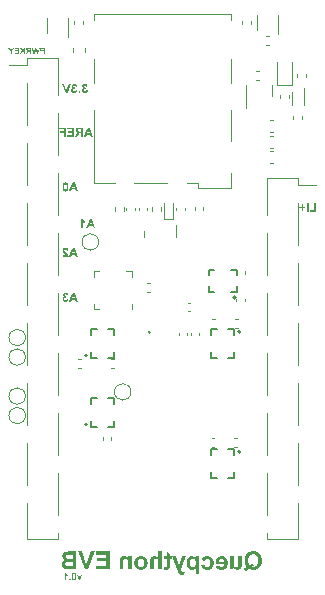
<source format=gbr>
%TF.GenerationSoftware,KiCad,Pcbnew,7.0.9*%
%TF.CreationDate,2024-08-31T07:55:38+08:00*%
%TF.ProjectId,IOT,494f542e-6b69-4636-9164-5f7063625858,rev?*%
%TF.SameCoordinates,Original*%
%TF.FileFunction,Legend,Bot*%
%TF.FilePolarity,Positive*%
%FSLAX46Y46*%
G04 Gerber Fmt 4.6, Leading zero omitted, Abs format (unit mm)*
G04 Created by KiCad (PCBNEW 7.0.9) date 2024-08-31 07:55:38*
%MOMM*%
%LPD*%
G01*
G04 APERTURE LIST*
%ADD10C,0.190500*%
%ADD11C,0.200000*%
%ADD12C,0.127000*%
%ADD13C,0.120000*%
%ADD14C,0.150000*%
%ADD15C,0.100000*%
G04 APERTURE END LIST*
D10*
G36*
X156667200Y-67129660D02*
G01*
X156502862Y-67129660D01*
X156439583Y-66950991D01*
X156132683Y-66950991D01*
X156065682Y-67129660D01*
X155897250Y-67129660D01*
X156020159Y-66819967D01*
X156182561Y-66819967D01*
X156391938Y-66819967D01*
X156288273Y-66546009D01*
X156182561Y-66819967D01*
X156020159Y-66819967D01*
X156204522Y-66355429D01*
X156368302Y-66355429D01*
X156667200Y-67129660D01*
G37*
G36*
X155616934Y-66355737D02*
G01*
X155630294Y-66356659D01*
X155643269Y-66358197D01*
X155655861Y-66360350D01*
X155668069Y-66363117D01*
X155679893Y-66366500D01*
X155691333Y-66370498D01*
X155702389Y-66375111D01*
X155713062Y-66380339D01*
X155723350Y-66386181D01*
X155733255Y-66392639D01*
X155742776Y-66399712D01*
X155751913Y-66407401D01*
X155760666Y-66415704D01*
X155769035Y-66424622D01*
X155777021Y-66434155D01*
X155781658Y-66440253D01*
X155786148Y-66446588D01*
X155790491Y-66453161D01*
X155794687Y-66459972D01*
X155798735Y-66467021D01*
X155802637Y-66474307D01*
X155806391Y-66481832D01*
X155809998Y-66489593D01*
X155813457Y-66497593D01*
X155816770Y-66505830D01*
X155819935Y-66514305D01*
X155822953Y-66523018D01*
X155825824Y-66531969D01*
X155828547Y-66541157D01*
X155831124Y-66550583D01*
X155833553Y-66560247D01*
X155835835Y-66570148D01*
X155837969Y-66580287D01*
X155839957Y-66590664D01*
X155841797Y-66601279D01*
X155843490Y-66612131D01*
X155845036Y-66623221D01*
X155846434Y-66634549D01*
X155847686Y-66646115D01*
X155848790Y-66657918D01*
X155849747Y-66669959D01*
X155850556Y-66682238D01*
X155851219Y-66694754D01*
X155851734Y-66707508D01*
X155852102Y-66720500D01*
X155852323Y-66733730D01*
X155852397Y-66747197D01*
X155852330Y-66760919D01*
X155852129Y-66774376D01*
X155851795Y-66787569D01*
X155851326Y-66800498D01*
X155850724Y-66813163D01*
X155849989Y-66825563D01*
X155849119Y-66837699D01*
X155848116Y-66849571D01*
X155846979Y-66861179D01*
X155845708Y-66872522D01*
X155844304Y-66883601D01*
X155842765Y-66894416D01*
X155841093Y-66904966D01*
X155839287Y-66915252D01*
X155837348Y-66925274D01*
X155835274Y-66935032D01*
X155833067Y-66944525D01*
X155830726Y-66953754D01*
X155828251Y-66962719D01*
X155825643Y-66971420D01*
X155822901Y-66979856D01*
X155820025Y-66988028D01*
X155817015Y-66995936D01*
X155813871Y-67003580D01*
X155810594Y-67010959D01*
X155807183Y-67018074D01*
X155803638Y-67024925D01*
X155799959Y-67031511D01*
X155792201Y-67043891D01*
X155783907Y-67055214D01*
X155775153Y-67065672D01*
X155766060Y-67075454D01*
X155756629Y-67084562D01*
X155746859Y-67092995D01*
X155736750Y-67100754D01*
X155726302Y-67107838D01*
X155715516Y-67114247D01*
X155704390Y-67119982D01*
X155692926Y-67125042D01*
X155681123Y-67129427D01*
X155668981Y-67133137D01*
X155656501Y-67136173D01*
X155643682Y-67138535D01*
X155630524Y-67140221D01*
X155617027Y-67141233D01*
X155603191Y-67141571D01*
X155589470Y-67141263D01*
X155576132Y-67140341D01*
X155563176Y-67138803D01*
X155550603Y-67136650D01*
X155538411Y-67133883D01*
X155526603Y-67130500D01*
X155515176Y-67126502D01*
X155504133Y-67121889D01*
X155493471Y-67116661D01*
X155483192Y-67110818D01*
X155473295Y-67104360D01*
X155463781Y-67097287D01*
X155454649Y-67089599D01*
X155445899Y-67081296D01*
X155437532Y-67072378D01*
X155429548Y-67062845D01*
X155424910Y-67056746D01*
X155420420Y-67050407D01*
X155416077Y-67043829D01*
X155411882Y-67037010D01*
X155407833Y-67029952D01*
X155403932Y-67022653D01*
X155400178Y-67015115D01*
X155396571Y-67007337D01*
X155393111Y-66999319D01*
X155389799Y-66991061D01*
X155386634Y-66982563D01*
X155383616Y-66973825D01*
X155380745Y-66964847D01*
X155378021Y-66955629D01*
X155375445Y-66946172D01*
X155373016Y-66936474D01*
X155370734Y-66926537D01*
X155368599Y-66916359D01*
X155366612Y-66905942D01*
X155364772Y-66895285D01*
X155363079Y-66884388D01*
X155361533Y-66873251D01*
X155360134Y-66861874D01*
X155358883Y-66850257D01*
X155357779Y-66838401D01*
X155356822Y-66826304D01*
X155356012Y-66813967D01*
X155355350Y-66801391D01*
X155354834Y-66788575D01*
X155354466Y-66775518D01*
X155354246Y-66762222D01*
X155354172Y-66748686D01*
X155507901Y-66748686D01*
X155507916Y-66756812D01*
X155507961Y-66764789D01*
X155508035Y-66772617D01*
X155508140Y-66780296D01*
X155508274Y-66787826D01*
X155508632Y-66802439D01*
X155509109Y-66816456D01*
X155509705Y-66829876D01*
X155510420Y-66842700D01*
X155511255Y-66854929D01*
X155512208Y-66866561D01*
X155513282Y-66877597D01*
X155514474Y-66888036D01*
X155515785Y-66897880D01*
X155517216Y-66907128D01*
X155518766Y-66915779D01*
X155520435Y-66923834D01*
X155523163Y-66934799D01*
X155525376Y-66942561D01*
X155527760Y-66949866D01*
X155531203Y-66958892D01*
X155534949Y-66967104D01*
X155538997Y-66974502D01*
X155543347Y-66981086D01*
X155549210Y-66988171D01*
X155555546Y-66993983D01*
X155558197Y-66995989D01*
X155565014Y-67000437D01*
X155572105Y-67004077D01*
X155579467Y-67006908D01*
X155587103Y-67008930D01*
X155595011Y-67010143D01*
X155603191Y-67010547D01*
X155606495Y-67010484D01*
X155614559Y-67009772D01*
X155622340Y-67008270D01*
X155629840Y-67005977D01*
X155637059Y-67002894D01*
X155643995Y-66999020D01*
X155650650Y-66994355D01*
X155654461Y-66990998D01*
X155660537Y-66984131D01*
X155665149Y-66977492D01*
X155669540Y-66969835D01*
X155673711Y-66961160D01*
X155676693Y-66953986D01*
X155679551Y-66946240D01*
X155682285Y-66937921D01*
X155684895Y-66929030D01*
X155687323Y-66919096D01*
X155688809Y-66911672D01*
X155690189Y-66903606D01*
X155691462Y-66894900D01*
X155692630Y-66885552D01*
X155693691Y-66875563D01*
X155694647Y-66864932D01*
X155695496Y-66853661D01*
X155696239Y-66841748D01*
X155696876Y-66829194D01*
X155697406Y-66815999D01*
X155697831Y-66802163D01*
X155698149Y-66787685D01*
X155698269Y-66780206D01*
X155698362Y-66772567D01*
X155698428Y-66764767D01*
X155698468Y-66756807D01*
X155698481Y-66748686D01*
X155698466Y-66740571D01*
X155698421Y-66732603D01*
X155698347Y-66724783D01*
X155698243Y-66717111D01*
X155697945Y-66702209D01*
X155697527Y-66687897D01*
X155696991Y-66674175D01*
X155696335Y-66661044D01*
X155695560Y-66648503D01*
X155694666Y-66636553D01*
X155693652Y-66625193D01*
X155692520Y-66614423D01*
X155691268Y-66604243D01*
X155689897Y-66594654D01*
X155688406Y-66585655D01*
X155686797Y-66577247D01*
X155685068Y-66569429D01*
X155683220Y-66562201D01*
X155681006Y-66554439D01*
X155678622Y-66547134D01*
X155675179Y-66538108D01*
X155671434Y-66529896D01*
X155667386Y-66522498D01*
X155663035Y-66515914D01*
X155657172Y-66508829D01*
X155650836Y-66503017D01*
X155648185Y-66501011D01*
X155641368Y-66496563D01*
X155634278Y-66492923D01*
X155626915Y-66490092D01*
X155619280Y-66488070D01*
X155611372Y-66486857D01*
X155603191Y-66486453D01*
X155599888Y-66486518D01*
X155591832Y-66487245D01*
X155584068Y-66488782D01*
X155576594Y-66491128D01*
X155569412Y-66494282D01*
X155562520Y-66498245D01*
X155555918Y-66503017D01*
X155550821Y-66507667D01*
X155545950Y-66513335D01*
X155541306Y-66520020D01*
X155536888Y-66527723D01*
X155532698Y-66536445D01*
X155529704Y-66543653D01*
X155526838Y-66551435D01*
X155524099Y-66559788D01*
X155521488Y-66568715D01*
X155519060Y-66578614D01*
X155517574Y-66586015D01*
X155516194Y-66594057D01*
X155514920Y-66602740D01*
X155513752Y-66612065D01*
X155512691Y-66622031D01*
X155511736Y-66632638D01*
X155510887Y-66643886D01*
X155510144Y-66655775D01*
X155509507Y-66668306D01*
X155508976Y-66681478D01*
X155508551Y-66695291D01*
X155508233Y-66709745D01*
X155508114Y-66717213D01*
X155508021Y-66724841D01*
X155507954Y-66732629D01*
X155507915Y-66740577D01*
X155507901Y-66748686D01*
X155354172Y-66748686D01*
X155354245Y-66735128D01*
X155354464Y-66721813D01*
X155354830Y-66708741D01*
X155355341Y-66695911D01*
X155355999Y-66683325D01*
X155356802Y-66670981D01*
X155357752Y-66658880D01*
X155358848Y-66647022D01*
X155360090Y-66635406D01*
X155361478Y-66624034D01*
X155363013Y-66612904D01*
X155364693Y-66602017D01*
X155366520Y-66591373D01*
X155368492Y-66580972D01*
X155370611Y-66570814D01*
X155372876Y-66560898D01*
X155375287Y-66551225D01*
X155377845Y-66541795D01*
X155380548Y-66532608D01*
X155383398Y-66523664D01*
X155386393Y-66514962D01*
X155389535Y-66506504D01*
X155392823Y-66498288D01*
X155396257Y-66490315D01*
X155399837Y-66482584D01*
X155403563Y-66475097D01*
X155407436Y-66467852D01*
X155411454Y-66460851D01*
X155415619Y-66454092D01*
X155419929Y-66447576D01*
X155424386Y-66441302D01*
X155428989Y-66435272D01*
X155437042Y-66425603D01*
X155445472Y-66416559D01*
X155454280Y-66408138D01*
X155463467Y-66400341D01*
X155473031Y-66393167D01*
X155482974Y-66386618D01*
X155493294Y-66380692D01*
X155503993Y-66375390D01*
X155515070Y-66370712D01*
X155526524Y-66366657D01*
X155538357Y-66363226D01*
X155550568Y-66360419D01*
X155563157Y-66358236D01*
X155576123Y-66356677D01*
X155589468Y-66355741D01*
X155603191Y-66355429D01*
X155616934Y-66355737D01*
G37*
G36*
X158140400Y-70228460D02*
G01*
X157976062Y-70228460D01*
X157912783Y-70049791D01*
X157605883Y-70049791D01*
X157538882Y-70228460D01*
X157370450Y-70228460D01*
X157493359Y-69918767D01*
X157655761Y-69918767D01*
X157865138Y-69918767D01*
X157761473Y-69644809D01*
X157655761Y-69918767D01*
X157493359Y-69918767D01*
X157677722Y-69454229D01*
X157841502Y-69454229D01*
X158140400Y-70228460D01*
G37*
G36*
X156948718Y-70228460D02*
G01*
X157095747Y-70228460D01*
X157095747Y-69668259D01*
X157105933Y-69678192D01*
X157116344Y-69687795D01*
X157126981Y-69697070D01*
X157137843Y-69706017D01*
X157148931Y-69714635D01*
X157160244Y-69722924D01*
X157171782Y-69730885D01*
X157183546Y-69738517D01*
X157195535Y-69745820D01*
X157207749Y-69752795D01*
X157220189Y-69759442D01*
X157232854Y-69765759D01*
X157245745Y-69771748D01*
X157258861Y-69777409D01*
X157272202Y-69782741D01*
X157285768Y-69787744D01*
X157285768Y-69644809D01*
X157278541Y-69642376D01*
X157271234Y-69639685D01*
X157263849Y-69636735D01*
X157256386Y-69633526D01*
X157248844Y-69630058D01*
X157241223Y-69626331D01*
X157233524Y-69622346D01*
X157225747Y-69618102D01*
X157217891Y-69613599D01*
X157209956Y-69608837D01*
X157201943Y-69603816D01*
X157193852Y-69598537D01*
X157185682Y-69592998D01*
X157177433Y-69587201D01*
X157169106Y-69581145D01*
X157160700Y-69574830D01*
X157152421Y-69568296D01*
X157144474Y-69561628D01*
X157136858Y-69554826D01*
X157129573Y-69547891D01*
X157122620Y-69540821D01*
X157115998Y-69533618D01*
X157109708Y-69526281D01*
X157103750Y-69518810D01*
X157098123Y-69511206D01*
X157092827Y-69503468D01*
X157087863Y-69495596D01*
X157083231Y-69487590D01*
X157078930Y-69479450D01*
X157074960Y-69471177D01*
X157071323Y-69462770D01*
X157068016Y-69454229D01*
X156948718Y-69454229D01*
X156948718Y-70228460D01*
G37*
G36*
X176828738Y-68856860D02*
G01*
X176828738Y-68082629D01*
X176673891Y-68082629D01*
X176673891Y-68725836D01*
X176288637Y-68725836D01*
X176288637Y-68856860D01*
X176828738Y-68856860D01*
G37*
G36*
X176186275Y-68856860D02*
G01*
X176186275Y-68082629D01*
X176031429Y-68082629D01*
X176031429Y-68856860D01*
X176186275Y-68856860D01*
G37*
G36*
X175717829Y-68749658D02*
G01*
X175717829Y-68547167D01*
X175918831Y-68547167D01*
X175918831Y-68416144D01*
X175717829Y-68416144D01*
X175717829Y-68213653D01*
X175583827Y-68213653D01*
X175583827Y-68416144D01*
X175382267Y-68416144D01*
X175382267Y-68547167D01*
X175583827Y-68547167D01*
X175583827Y-68749658D01*
X175717829Y-68749658D01*
G37*
D11*
G36*
X171508147Y-97587879D02*
G01*
X171528936Y-97588485D01*
X171549449Y-97589496D01*
X171569685Y-97590911D01*
X171589646Y-97592730D01*
X171609330Y-97594954D01*
X171628738Y-97597582D01*
X171647870Y-97600614D01*
X171666725Y-97604051D01*
X171685305Y-97607891D01*
X171703608Y-97612136D01*
X171721635Y-97616786D01*
X171739386Y-97621839D01*
X171756860Y-97627297D01*
X171774059Y-97633159D01*
X171790981Y-97639426D01*
X171807627Y-97646097D01*
X171823997Y-97653172D01*
X171840090Y-97660651D01*
X171855907Y-97668535D01*
X171871449Y-97676822D01*
X171886714Y-97685515D01*
X171901702Y-97694611D01*
X171916415Y-97704112D01*
X171930851Y-97714017D01*
X171945011Y-97724326D01*
X171958895Y-97735040D01*
X171972503Y-97746158D01*
X171985834Y-97757680D01*
X171998890Y-97769607D01*
X172011669Y-97781938D01*
X172024172Y-97794673D01*
X172036343Y-97807748D01*
X172048129Y-97821147D01*
X172059527Y-97834868D01*
X172070540Y-97848912D01*
X172081166Y-97863278D01*
X172091405Y-97877968D01*
X172101258Y-97892980D01*
X172110725Y-97908314D01*
X172119806Y-97923972D01*
X172128500Y-97939952D01*
X172136807Y-97956255D01*
X172144728Y-97972880D01*
X172152263Y-97989829D01*
X172159412Y-98007100D01*
X172166174Y-98024693D01*
X172172549Y-98042610D01*
X172178538Y-98060849D01*
X172184141Y-98079411D01*
X172189358Y-98098295D01*
X172194188Y-98117503D01*
X172198631Y-98137033D01*
X172202688Y-98156885D01*
X172206359Y-98177061D01*
X172209644Y-98197559D01*
X172212542Y-98218380D01*
X172215053Y-98239523D01*
X172217178Y-98260990D01*
X172218917Y-98282779D01*
X172220270Y-98304890D01*
X172221236Y-98327325D01*
X172221815Y-98350082D01*
X172222008Y-98373162D01*
X172221816Y-98396309D01*
X172221238Y-98419131D01*
X172220276Y-98441626D01*
X172218929Y-98463797D01*
X172217196Y-98485642D01*
X172215079Y-98507161D01*
X172212577Y-98528355D01*
X172209689Y-98549223D01*
X172206417Y-98569765D01*
X172202760Y-98589982D01*
X172198718Y-98609874D01*
X172194291Y-98629439D01*
X172189479Y-98648680D01*
X172184281Y-98667594D01*
X172178699Y-98686183D01*
X172172732Y-98704447D01*
X172166380Y-98722385D01*
X172159644Y-98739997D01*
X172152522Y-98757284D01*
X172145015Y-98774245D01*
X172137123Y-98790880D01*
X172128846Y-98807190D01*
X172120184Y-98823175D01*
X172111137Y-98838834D01*
X172101706Y-98854167D01*
X172091889Y-98869175D01*
X172081687Y-98883857D01*
X172071101Y-98898213D01*
X172060129Y-98912244D01*
X172048773Y-98925950D01*
X172037031Y-98939329D01*
X172024904Y-98952384D01*
X172012415Y-98965074D01*
X171999631Y-98977361D01*
X171986552Y-98989245D01*
X171973178Y-99000727D01*
X171959510Y-99011805D01*
X171945547Y-99022481D01*
X171931288Y-99032754D01*
X171916735Y-99042624D01*
X171901888Y-99052091D01*
X171886745Y-99061155D01*
X171871308Y-99069817D01*
X171855575Y-99078075D01*
X171839548Y-99085931D01*
X171823227Y-99093384D01*
X171806610Y-99100434D01*
X171789699Y-99107081D01*
X171772492Y-99113325D01*
X171754991Y-99119167D01*
X171737195Y-99124605D01*
X171719105Y-99129641D01*
X171700719Y-99134274D01*
X171682039Y-99138504D01*
X171663064Y-99142331D01*
X171643794Y-99145755D01*
X171624229Y-99148777D01*
X171604370Y-99151395D01*
X171584215Y-99153611D01*
X171563766Y-99155424D01*
X171543022Y-99156834D01*
X171521984Y-99157841D01*
X171500650Y-99158445D01*
X171479022Y-99158647D01*
X171456615Y-99158394D01*
X171434457Y-99157634D01*
X171412548Y-99156367D01*
X171390888Y-99154594D01*
X171369477Y-99152314D01*
X171348316Y-99149528D01*
X171327403Y-99146235D01*
X171306739Y-99142435D01*
X171286324Y-99138129D01*
X171266158Y-99133316D01*
X171246242Y-99127997D01*
X171226574Y-99122171D01*
X171207155Y-99115838D01*
X171187985Y-99108999D01*
X171169065Y-99101653D01*
X171150393Y-99093800D01*
X171138771Y-99101335D01*
X171116549Y-99115730D01*
X171095689Y-99129222D01*
X171076191Y-99141813D01*
X171058056Y-99153502D01*
X171041284Y-99164290D01*
X171025873Y-99174176D01*
X171011826Y-99183161D01*
X170993309Y-99194947D01*
X170977857Y-99204705D01*
X170962023Y-99214559D01*
X170947427Y-99223127D01*
X170930889Y-99231324D01*
X170914248Y-99239064D01*
X170897504Y-99246345D01*
X170880657Y-99253169D01*
X170863707Y-99259534D01*
X170846654Y-99265442D01*
X170829498Y-99270892D01*
X170812239Y-99275883D01*
X170700131Y-99064858D01*
X170716540Y-99058775D01*
X170732795Y-99052436D01*
X170748895Y-99045838D01*
X170764840Y-99038983D01*
X170780631Y-99031870D01*
X170796268Y-99024500D01*
X170811749Y-99016872D01*
X170827076Y-99008987D01*
X170842249Y-99000844D01*
X170857267Y-98992443D01*
X170872131Y-98983785D01*
X170886840Y-98974869D01*
X170901394Y-98965696D01*
X170915794Y-98956265D01*
X170930039Y-98946576D01*
X170944130Y-98936630D01*
X170933010Y-98923319D01*
X170922274Y-98909948D01*
X170911921Y-98896517D01*
X170901952Y-98883026D01*
X170892367Y-98869475D01*
X170883165Y-98855864D01*
X170874346Y-98842193D01*
X170865911Y-98828461D01*
X170857860Y-98814669D01*
X170850192Y-98800818D01*
X170842907Y-98786906D01*
X170836007Y-98772934D01*
X170829489Y-98758902D01*
X170823356Y-98744810D01*
X170817605Y-98730657D01*
X170812239Y-98716445D01*
X170805628Y-98697666D01*
X170799445Y-98678515D01*
X170793687Y-98658992D01*
X170788356Y-98639096D01*
X170783452Y-98618829D01*
X170778974Y-98598190D01*
X170774923Y-98577178D01*
X170771298Y-98555794D01*
X170768099Y-98534039D01*
X170765327Y-98511911D01*
X170762981Y-98489411D01*
X170761062Y-98466539D01*
X170759570Y-98443295D01*
X170758503Y-98419679D01*
X170757864Y-98395690D01*
X170757663Y-98372795D01*
X171071991Y-98372795D01*
X171072020Y-98380781D01*
X171072249Y-98396584D01*
X171072707Y-98412160D01*
X171073393Y-98427510D01*
X171074309Y-98442634D01*
X171075454Y-98457532D01*
X171077601Y-98479455D01*
X171080263Y-98500869D01*
X171083440Y-98521774D01*
X171087132Y-98542171D01*
X171091340Y-98562058D01*
X171096062Y-98581437D01*
X171101300Y-98600308D01*
X171105080Y-98612559D01*
X171111184Y-98630513D01*
X171117809Y-98647958D01*
X171124957Y-98664894D01*
X171132626Y-98681321D01*
X171140816Y-98697240D01*
X171149529Y-98712650D01*
X171158762Y-98727551D01*
X171168518Y-98741943D01*
X171178795Y-98755827D01*
X171189594Y-98769202D01*
X171206773Y-98756895D01*
X171224055Y-98744981D01*
X171241440Y-98733460D01*
X171258928Y-98722330D01*
X171276520Y-98711592D01*
X171294214Y-98701247D01*
X171312011Y-98691293D01*
X171329911Y-98681732D01*
X171347915Y-98672563D01*
X171366021Y-98663786D01*
X171384231Y-98655401D01*
X171402543Y-98647408D01*
X171420959Y-98639808D01*
X171439477Y-98632599D01*
X171458099Y-98625783D01*
X171476824Y-98619359D01*
X171562553Y-98806937D01*
X171550567Y-98810270D01*
X171532637Y-98815576D01*
X171514765Y-98821248D01*
X171496951Y-98827288D01*
X171479195Y-98833695D01*
X171461497Y-98840468D01*
X171443856Y-98847609D01*
X171426274Y-98855117D01*
X171408750Y-98862992D01*
X171391284Y-98871234D01*
X171373875Y-98879844D01*
X171388644Y-98884738D01*
X171403642Y-98888980D01*
X171418869Y-98892569D01*
X171434325Y-98895506D01*
X171450010Y-98897790D01*
X171465924Y-98899421D01*
X171482067Y-98900400D01*
X171498439Y-98900726D01*
X171520365Y-98900210D01*
X171541813Y-98898660D01*
X171562783Y-98896077D01*
X171583275Y-98892460D01*
X171603289Y-98887811D01*
X171622825Y-98882128D01*
X171641883Y-98875411D01*
X171660464Y-98867662D01*
X171678566Y-98858879D01*
X171696190Y-98849063D01*
X171713336Y-98838214D01*
X171730004Y-98826332D01*
X171746194Y-98813416D01*
X171761906Y-98799467D01*
X171777141Y-98784484D01*
X171791897Y-98768469D01*
X171805916Y-98751411D01*
X171819031Y-98733304D01*
X171831241Y-98714145D01*
X171842547Y-98693937D01*
X171852948Y-98672677D01*
X171862445Y-98650368D01*
X171871037Y-98627008D01*
X171878725Y-98602597D01*
X171885509Y-98577137D01*
X171891388Y-98550625D01*
X171896362Y-98523063D01*
X171900432Y-98494451D01*
X171902128Y-98479751D01*
X171903598Y-98464789D01*
X171904841Y-98449563D01*
X171905859Y-98434076D01*
X171906650Y-98418325D01*
X171907216Y-98402312D01*
X171907555Y-98386036D01*
X171907668Y-98369498D01*
X171907555Y-98353232D01*
X171907216Y-98337222D01*
X171906650Y-98321470D01*
X171905859Y-98305974D01*
X171904841Y-98290735D01*
X171903598Y-98275753D01*
X171900432Y-98246560D01*
X171896362Y-98218394D01*
X171891388Y-98191256D01*
X171885509Y-98165146D01*
X171878725Y-98140063D01*
X171871037Y-98116007D01*
X171862445Y-98092979D01*
X171852948Y-98070979D01*
X171842547Y-98050006D01*
X171831241Y-98030060D01*
X171819031Y-98011142D01*
X171805916Y-97993252D01*
X171791897Y-97976389D01*
X171777105Y-97960551D01*
X171761763Y-97945735D01*
X171745872Y-97931940D01*
X171729432Y-97919168D01*
X171712442Y-97907417D01*
X171694902Y-97896688D01*
X171676813Y-97886981D01*
X171658174Y-97878295D01*
X171638985Y-97870632D01*
X171619248Y-97863990D01*
X171598960Y-97858370D01*
X171578123Y-97853772D01*
X171556737Y-97850195D01*
X171534801Y-97847641D01*
X171512315Y-97846108D01*
X171489280Y-97845597D01*
X171466248Y-97846110D01*
X171443771Y-97847647D01*
X171421849Y-97850208D01*
X171400482Y-97853795D01*
X171379671Y-97858406D01*
X171359415Y-97864041D01*
X171339715Y-97870702D01*
X171320569Y-97878387D01*
X171301979Y-97887097D01*
X171283944Y-97896831D01*
X171266465Y-97907590D01*
X171249540Y-97919374D01*
X171233171Y-97932182D01*
X171217357Y-97946015D01*
X171202099Y-97960873D01*
X171187396Y-97976756D01*
X171173421Y-97993630D01*
X171160348Y-98011555D01*
X171148176Y-98030530D01*
X171136906Y-98050555D01*
X171126538Y-98071631D01*
X171117071Y-98093758D01*
X171108506Y-98116934D01*
X171100842Y-98141162D01*
X171094080Y-98166439D01*
X171088220Y-98192767D01*
X171083261Y-98220146D01*
X171079204Y-98248575D01*
X171077513Y-98263183D01*
X171076048Y-98278055D01*
X171074808Y-98293188D01*
X171073794Y-98308584D01*
X171073005Y-98324243D01*
X171072442Y-98340165D01*
X171072104Y-98356349D01*
X171071991Y-98372795D01*
X170757663Y-98372795D01*
X170757650Y-98371330D01*
X170757843Y-98348296D01*
X170758419Y-98325583D01*
X170759380Y-98303193D01*
X170760724Y-98281124D01*
X170762454Y-98259378D01*
X170764567Y-98237953D01*
X170767065Y-98216851D01*
X170769947Y-98196070D01*
X170773213Y-98175612D01*
X170776863Y-98155476D01*
X170780898Y-98135661D01*
X170785317Y-98116169D01*
X170790120Y-98096998D01*
X170795307Y-98078150D01*
X170800879Y-98059623D01*
X170806835Y-98041419D01*
X170813175Y-98023537D01*
X170819899Y-98005976D01*
X170827008Y-97988738D01*
X170834501Y-97971821D01*
X170842378Y-97955227D01*
X170850640Y-97938954D01*
X170859285Y-97923004D01*
X170868315Y-97907375D01*
X170877730Y-97892069D01*
X170887528Y-97877085D01*
X170897711Y-97862422D01*
X170908278Y-97848082D01*
X170919229Y-97834063D01*
X170930564Y-97820367D01*
X170942284Y-97806992D01*
X170954388Y-97793940D01*
X170966820Y-97781250D01*
X170979524Y-97768963D01*
X170992500Y-97757078D01*
X171005748Y-97745597D01*
X171019267Y-97734518D01*
X171033059Y-97723843D01*
X171047123Y-97713570D01*
X171061458Y-97703700D01*
X171076065Y-97694233D01*
X171090945Y-97685168D01*
X171106096Y-97676507D01*
X171121519Y-97668248D01*
X171137214Y-97660393D01*
X171153181Y-97652940D01*
X171169420Y-97645890D01*
X171185930Y-97639243D01*
X171202713Y-97632998D01*
X171219767Y-97627157D01*
X171237094Y-97621718D01*
X171254692Y-97616683D01*
X171272563Y-97612050D01*
X171290705Y-97607820D01*
X171309119Y-97603993D01*
X171327805Y-97600568D01*
X171346763Y-97597547D01*
X171365993Y-97594928D01*
X171385494Y-97592713D01*
X171405268Y-97590900D01*
X171425314Y-97589490D01*
X171445631Y-97588483D01*
X171466220Y-97587878D01*
X171487082Y-97587677D01*
X171508147Y-97587879D01*
G37*
G36*
X169809500Y-99135200D02*
G01*
X169809500Y-98971435D01*
X169821028Y-98987521D01*
X169833220Y-99002943D01*
X169846076Y-99017703D01*
X169859594Y-99031799D01*
X169873776Y-99045232D01*
X169888622Y-99058001D01*
X169904130Y-99070107D01*
X169920302Y-99081550D01*
X169937137Y-99092330D01*
X169954636Y-99102446D01*
X169966670Y-99108821D01*
X169984974Y-99117726D01*
X170003477Y-99125754D01*
X170022180Y-99132907D01*
X170041082Y-99139184D01*
X170060184Y-99144585D01*
X170079486Y-99149110D01*
X170098987Y-99152759D01*
X170118688Y-99155533D01*
X170138589Y-99157430D01*
X170158689Y-99158452D01*
X170172200Y-99158647D01*
X170192612Y-99158219D01*
X170212631Y-99156934D01*
X170232257Y-99154792D01*
X170251490Y-99151795D01*
X170270330Y-99147940D01*
X170288777Y-99143229D01*
X170306832Y-99137662D01*
X170324493Y-99131238D01*
X170341762Y-99123958D01*
X170358638Y-99115821D01*
X170369671Y-99109920D01*
X170385663Y-99100440D01*
X170400806Y-99090270D01*
X170415098Y-99079411D01*
X170428541Y-99067863D01*
X170441133Y-99055626D01*
X170452875Y-99042700D01*
X170463768Y-99029084D01*
X170473810Y-99014780D01*
X170483002Y-98999787D01*
X170491344Y-98984104D01*
X170496433Y-98973266D01*
X170503438Y-98956122D01*
X170509755Y-98937799D01*
X170515382Y-98918298D01*
X170520321Y-98897618D01*
X170523230Y-98883177D01*
X170525833Y-98868212D01*
X170528130Y-98852723D01*
X170530121Y-98836710D01*
X170531805Y-98820173D01*
X170533184Y-98803113D01*
X170534256Y-98785529D01*
X170535021Y-98767421D01*
X170535481Y-98748790D01*
X170535634Y-98729634D01*
X170535634Y-98033176D01*
X170246206Y-98033176D01*
X170246206Y-98544987D01*
X170246144Y-98573632D01*
X170245960Y-98600857D01*
X170245652Y-98626663D01*
X170245221Y-98651049D01*
X170244667Y-98674016D01*
X170243991Y-98695562D01*
X170243191Y-98715690D01*
X170242268Y-98734397D01*
X170241221Y-98751685D01*
X170240052Y-98767553D01*
X170238068Y-98788693D01*
X170235806Y-98806639D01*
X170233268Y-98821391D01*
X170230452Y-98832949D01*
X170224780Y-98848908D01*
X170217837Y-98863811D01*
X170209624Y-98877659D01*
X170200141Y-98890451D01*
X170189388Y-98902188D01*
X170177365Y-98912869D01*
X170172200Y-98916846D01*
X170158374Y-98925712D01*
X170143456Y-98933075D01*
X170127448Y-98938936D01*
X170110348Y-98943293D01*
X170095882Y-98945698D01*
X170080718Y-98947140D01*
X170064856Y-98947621D01*
X170046595Y-98946974D01*
X170028815Y-98945034D01*
X170011515Y-98941799D01*
X169994697Y-98937271D01*
X169978359Y-98931449D01*
X169962503Y-98924334D01*
X169947127Y-98915925D01*
X169932232Y-98906222D01*
X169918069Y-98895563D01*
X169905075Y-98884286D01*
X169893248Y-98872390D01*
X169882589Y-98859877D01*
X169873098Y-98846745D01*
X169864775Y-98832995D01*
X169857619Y-98818626D01*
X169851632Y-98803640D01*
X169846565Y-98785476D01*
X169843209Y-98768209D01*
X169840233Y-98747819D01*
X169838460Y-98732491D01*
X169836855Y-98715774D01*
X169835420Y-98697669D01*
X169834153Y-98678176D01*
X169833056Y-98657294D01*
X169832127Y-98635025D01*
X169831367Y-98611367D01*
X169830776Y-98586321D01*
X169830354Y-98559887D01*
X169830101Y-98532065D01*
X169830016Y-98502855D01*
X169830016Y-98033176D01*
X169540588Y-98033176D01*
X169540588Y-99135200D01*
X169809500Y-99135200D01*
G37*
G36*
X168856749Y-98010334D02*
G01*
X168883068Y-98012150D01*
X168908796Y-98015177D01*
X168933935Y-98019414D01*
X168958484Y-98024862D01*
X168982444Y-98031521D01*
X169005814Y-98039391D01*
X169028594Y-98048471D01*
X169050785Y-98058763D01*
X169072386Y-98070264D01*
X169093398Y-98082977D01*
X169113820Y-98096900D01*
X169133652Y-98112034D01*
X169152895Y-98128379D01*
X169171548Y-98145934D01*
X169189611Y-98164701D01*
X169206825Y-98184490D01*
X169222928Y-98205207D01*
X169237920Y-98226851D01*
X169251802Y-98249422D01*
X169264573Y-98272921D01*
X169276234Y-98297347D01*
X169286784Y-98322701D01*
X169296223Y-98348982D01*
X169304552Y-98376190D01*
X169311771Y-98404326D01*
X169314964Y-98418741D01*
X169317879Y-98433389D01*
X169320516Y-98448268D01*
X169322876Y-98463379D01*
X169324959Y-98478722D01*
X169326763Y-98494297D01*
X169328290Y-98510103D01*
X169329540Y-98526142D01*
X169330511Y-98542412D01*
X169331205Y-98558914D01*
X169331622Y-98575648D01*
X169331761Y-98592614D01*
X169331339Y-98620884D01*
X169330072Y-98648542D01*
X169327961Y-98675587D01*
X169325006Y-98702020D01*
X169321206Y-98727840D01*
X169316562Y-98753047D01*
X169311074Y-98777642D01*
X169304741Y-98801625D01*
X169297564Y-98824995D01*
X169289543Y-98847752D01*
X169280677Y-98869897D01*
X169270967Y-98891430D01*
X169260413Y-98912350D01*
X169249014Y-98932657D01*
X169236771Y-98952352D01*
X169223683Y-98971435D01*
X169205975Y-98994105D01*
X169187104Y-99015313D01*
X169167071Y-99035058D01*
X169145877Y-99053340D01*
X169123520Y-99070160D01*
X169100001Y-99085517D01*
X169075320Y-99099412D01*
X169049477Y-99111844D01*
X169022472Y-99122813D01*
X169008534Y-99127749D01*
X168994305Y-99132320D01*
X168979786Y-99136525D01*
X168964976Y-99140364D01*
X168949875Y-99143838D01*
X168934484Y-99146946D01*
X168918803Y-99149688D01*
X168902831Y-99152065D01*
X168886569Y-99154076D01*
X168870016Y-99155722D01*
X168853172Y-99157001D01*
X168836038Y-99157916D01*
X168818614Y-99158464D01*
X168800899Y-99158647D01*
X168778604Y-99158343D01*
X168756781Y-99157433D01*
X168735430Y-99155916D01*
X168714551Y-99153792D01*
X168694145Y-99151062D01*
X168674211Y-99147725D01*
X168654750Y-99143780D01*
X168635760Y-99139230D01*
X168617243Y-99134072D01*
X168599198Y-99128307D01*
X168581626Y-99121936D01*
X168564525Y-99114958D01*
X168547897Y-99107373D01*
X168531741Y-99099181D01*
X168516058Y-99090383D01*
X168500847Y-99080978D01*
X168486077Y-99070946D01*
X168471812Y-99060358D01*
X168458051Y-99049216D01*
X168444793Y-99037518D01*
X168432039Y-99025264D01*
X168419788Y-99012456D01*
X168408042Y-98999092D01*
X168396799Y-98985173D01*
X168386060Y-98970699D01*
X168375825Y-98955670D01*
X168366093Y-98940085D01*
X168356865Y-98923945D01*
X168348141Y-98907249D01*
X168339921Y-98889999D01*
X168332204Y-98872193D01*
X168324992Y-98853832D01*
X168613687Y-98806937D01*
X168618351Y-98820456D01*
X168625192Y-98837369D01*
X168632743Y-98853011D01*
X168641003Y-98867382D01*
X168649973Y-98880482D01*
X168659653Y-98892312D01*
X168670043Y-98902871D01*
X168684029Y-98914282D01*
X168689883Y-98918319D01*
X168705259Y-98927272D01*
X168721690Y-98934598D01*
X168735594Y-98939286D01*
X168750175Y-98942933D01*
X168765430Y-98945537D01*
X168781361Y-98947100D01*
X168797968Y-98947621D01*
X168810341Y-98947332D01*
X168828418Y-98945814D01*
X168845916Y-98942996D01*
X168862834Y-98938876D01*
X168879172Y-98933456D01*
X168894931Y-98926735D01*
X168910110Y-98918713D01*
X168924709Y-98909390D01*
X168938729Y-98898766D01*
X168952169Y-98886841D01*
X168965030Y-98873615D01*
X168969158Y-98868932D01*
X168980789Y-98854187D01*
X168991294Y-98838398D01*
X169000672Y-98821566D01*
X169008923Y-98803691D01*
X169016046Y-98784772D01*
X169022043Y-98764810D01*
X169026913Y-98743805D01*
X169029533Y-98729222D01*
X169031653Y-98714175D01*
X169033271Y-98698665D01*
X169034389Y-98682691D01*
X169035006Y-98666253D01*
X168309604Y-98666253D01*
X168309359Y-98645584D01*
X168309403Y-98625250D01*
X168309734Y-98605253D01*
X168310354Y-98585590D01*
X168311263Y-98566263D01*
X168312459Y-98547272D01*
X168313945Y-98528617D01*
X168315718Y-98510297D01*
X168317780Y-98492312D01*
X168319596Y-98478675D01*
X168597200Y-98478675D01*
X169029877Y-98478675D01*
X169029768Y-98463984D01*
X169028682Y-98442673D01*
X169026488Y-98422232D01*
X169023186Y-98402660D01*
X169018777Y-98383957D01*
X169013260Y-98366123D01*
X169006635Y-98349159D01*
X168998903Y-98333065D01*
X168990063Y-98317839D01*
X168980115Y-98303484D01*
X168969060Y-98289997D01*
X168961193Y-98281612D01*
X168948915Y-98270049D01*
X168936064Y-98259703D01*
X168922640Y-98250575D01*
X168908643Y-98242663D01*
X168894072Y-98235969D01*
X168878929Y-98230492D01*
X168863212Y-98226231D01*
X168846922Y-98223189D01*
X168830059Y-98221363D01*
X168812623Y-98220754D01*
X168801644Y-98221012D01*
X168785569Y-98222364D01*
X168769964Y-98224876D01*
X168754829Y-98228547D01*
X168740164Y-98233377D01*
X168725969Y-98239366D01*
X168712244Y-98246514D01*
X168698990Y-98254822D01*
X168686205Y-98264289D01*
X168673891Y-98274915D01*
X168662047Y-98286700D01*
X168654538Y-98295135D01*
X168644138Y-98308678D01*
X168634776Y-98323290D01*
X168626450Y-98338972D01*
X168619161Y-98355722D01*
X168612909Y-98373542D01*
X168607693Y-98392430D01*
X168603515Y-98412388D01*
X168600373Y-98433414D01*
X168598855Y-98448026D01*
X168597797Y-98463113D01*
X168597200Y-98478675D01*
X168319596Y-98478675D01*
X168320130Y-98474663D01*
X168322769Y-98457350D01*
X168325696Y-98440372D01*
X168328911Y-98423730D01*
X168332415Y-98407424D01*
X168336207Y-98391453D01*
X168340287Y-98375818D01*
X168344656Y-98360518D01*
X168349313Y-98345554D01*
X168354259Y-98330926D01*
X168359493Y-98316633D01*
X168365015Y-98302676D01*
X168370826Y-98289054D01*
X168383312Y-98262817D01*
X168396952Y-98237923D01*
X168411746Y-98214372D01*
X168427692Y-98192162D01*
X168444793Y-98171295D01*
X168453709Y-98161355D01*
X168472145Y-98142421D01*
X168491384Y-98124750D01*
X168511429Y-98108341D01*
X168532277Y-98093194D01*
X168553930Y-98079309D01*
X168576387Y-98066687D01*
X168599648Y-98055327D01*
X168623713Y-98045229D01*
X168648583Y-98036393D01*
X168674257Y-98028820D01*
X168700736Y-98022509D01*
X168728018Y-98017460D01*
X168756105Y-98013673D01*
X168784997Y-98011148D01*
X168799744Y-98010360D01*
X168814692Y-98009886D01*
X168829842Y-98009728D01*
X168856749Y-98010334D01*
G37*
G36*
X167125149Y-98337991D02*
G01*
X167410546Y-98384885D01*
X167413551Y-98369924D01*
X167417205Y-98355678D01*
X167423090Y-98337795D01*
X167430131Y-98321182D01*
X167438329Y-98305841D01*
X167447682Y-98291770D01*
X167458192Y-98278970D01*
X167469859Y-98267441D01*
X167476126Y-98262153D01*
X167489332Y-98252451D01*
X167503489Y-98244041D01*
X167518595Y-98236926D01*
X167534652Y-98231104D01*
X167551660Y-98226576D01*
X167569617Y-98223342D01*
X167588525Y-98221401D01*
X167603330Y-98220795D01*
X167608383Y-98220754D01*
X167628265Y-98221456D01*
X167647379Y-98223562D01*
X167665728Y-98227072D01*
X167683310Y-98231986D01*
X167700126Y-98238303D01*
X167716176Y-98246025D01*
X167731459Y-98255150D01*
X167745976Y-98265680D01*
X167759726Y-98277613D01*
X167772710Y-98290950D01*
X167780941Y-98300622D01*
X167792464Y-98316540D01*
X167802854Y-98334346D01*
X167812110Y-98354038D01*
X167817652Y-98368215D01*
X167822689Y-98383230D01*
X167827223Y-98399084D01*
X167831253Y-98415776D01*
X167834779Y-98433307D01*
X167837802Y-98451677D01*
X167840320Y-98470886D01*
X167842335Y-98490933D01*
X167843847Y-98511818D01*
X167844854Y-98533542D01*
X167845358Y-98556105D01*
X167845421Y-98567701D01*
X167845166Y-98593237D01*
X167844402Y-98617819D01*
X167843128Y-98641448D01*
X167841345Y-98664124D01*
X167839052Y-98685847D01*
X167836250Y-98706616D01*
X167832939Y-98726433D01*
X167829118Y-98745296D01*
X167824787Y-98763207D01*
X167819947Y-98780164D01*
X167814598Y-98796168D01*
X167808739Y-98811219D01*
X167802370Y-98825317D01*
X167795492Y-98838462D01*
X167784220Y-98856392D01*
X167780208Y-98861892D01*
X167767519Y-98877213D01*
X167754044Y-98891026D01*
X167739784Y-98903333D01*
X167724738Y-98914133D01*
X167708907Y-98923426D01*
X167692289Y-98931212D01*
X167674886Y-98937491D01*
X167656697Y-98942263D01*
X167637723Y-98945528D01*
X167617963Y-98947286D01*
X167604353Y-98947621D01*
X167589161Y-98947206D01*
X167574497Y-98945959D01*
X167555767Y-98943006D01*
X167537975Y-98938575D01*
X167521123Y-98932667D01*
X167505209Y-98925283D01*
X167490234Y-98916421D01*
X167476197Y-98906083D01*
X167469531Y-98900360D01*
X167456829Y-98887383D01*
X167445099Y-98872264D01*
X167436941Y-98859521D01*
X167429330Y-98845573D01*
X167422266Y-98830421D01*
X167415750Y-98814064D01*
X167409781Y-98796503D01*
X167404360Y-98777738D01*
X167399486Y-98757769D01*
X167395159Y-98736595D01*
X167110860Y-98783490D01*
X167116719Y-98806353D01*
X167123214Y-98828507D01*
X167130344Y-98849951D01*
X167138109Y-98870684D01*
X167146509Y-98890709D01*
X167155545Y-98910023D01*
X167165217Y-98928627D01*
X167175524Y-98946522D01*
X167186466Y-98963707D01*
X167198044Y-98980182D01*
X167210257Y-98995947D01*
X167223105Y-99011002D01*
X167236589Y-99025347D01*
X167250709Y-99038983D01*
X167265463Y-99051909D01*
X167280854Y-99064125D01*
X167296896Y-99075571D01*
X167313609Y-99086278D01*
X167330991Y-99096248D01*
X167349043Y-99105478D01*
X167367765Y-99113970D01*
X167387156Y-99121724D01*
X167407218Y-99128739D01*
X167427949Y-99135016D01*
X167449350Y-99140555D01*
X167471420Y-99145355D01*
X167494161Y-99149416D01*
X167517571Y-99152739D01*
X167541650Y-99155324D01*
X167566400Y-99157170D01*
X167591819Y-99158278D01*
X167617909Y-99158647D01*
X167632812Y-99158498D01*
X167647525Y-99158053D01*
X167676384Y-99156271D01*
X167704484Y-99153302D01*
X167731825Y-99149144D01*
X167758408Y-99143799D01*
X167784232Y-99137266D01*
X167809298Y-99129545D01*
X167833606Y-99120637D01*
X167857155Y-99110540D01*
X167879945Y-99099256D01*
X167901977Y-99086784D01*
X167923250Y-99073124D01*
X167943765Y-99058276D01*
X167963522Y-99042240D01*
X167982520Y-99025017D01*
X168000759Y-99006606D01*
X168018017Y-98987100D01*
X168034161Y-98966683D01*
X168049192Y-98945357D01*
X168063110Y-98923120D01*
X168075914Y-98899974D01*
X168087605Y-98875917D01*
X168098182Y-98850949D01*
X168107646Y-98825072D01*
X168115997Y-98798285D01*
X168123234Y-98770587D01*
X168129357Y-98741979D01*
X168132002Y-98727334D01*
X168134368Y-98712461D01*
X168136455Y-98697361D01*
X168138265Y-98682033D01*
X168139796Y-98666477D01*
X168141048Y-98650694D01*
X168142022Y-98634684D01*
X168142718Y-98618446D01*
X168143136Y-98601980D01*
X168143275Y-98585287D01*
X168143135Y-98568391D01*
X168142715Y-98551731D01*
X168142016Y-98535307D01*
X168141037Y-98519118D01*
X168139778Y-98503164D01*
X168138239Y-98487446D01*
X168136420Y-98471963D01*
X168134322Y-98456716D01*
X168131944Y-98441704D01*
X168129286Y-98426927D01*
X168126348Y-98412386D01*
X168123131Y-98398080D01*
X168115856Y-98370175D01*
X168107463Y-98343212D01*
X168097950Y-98317190D01*
X168087319Y-98292109D01*
X168075568Y-98267971D01*
X168062698Y-98244774D01*
X168048709Y-98222519D01*
X168033600Y-98201205D01*
X168017373Y-98180833D01*
X168000027Y-98161403D01*
X167981726Y-98143036D01*
X167962635Y-98125854D01*
X167942754Y-98109858D01*
X167922083Y-98095046D01*
X167900622Y-98081419D01*
X167878371Y-98068976D01*
X167855330Y-98057719D01*
X167831499Y-98047647D01*
X167806878Y-98038760D01*
X167781467Y-98031058D01*
X167755267Y-98024540D01*
X167728276Y-98019208D01*
X167700495Y-98015061D01*
X167671924Y-98012098D01*
X167642564Y-98010321D01*
X167627587Y-98009877D01*
X167612413Y-98009728D01*
X167587774Y-98010046D01*
X167563773Y-98010999D01*
X167540410Y-98012588D01*
X167517685Y-98014812D01*
X167495599Y-98017671D01*
X167474151Y-98021166D01*
X167453341Y-98025296D01*
X167433169Y-98030062D01*
X167413636Y-98035463D01*
X167394741Y-98041499D01*
X167376485Y-98048171D01*
X167358866Y-98055478D01*
X167341886Y-98063421D01*
X167325544Y-98071999D01*
X167309841Y-98081212D01*
X167294775Y-98091061D01*
X167280288Y-98101514D01*
X167266319Y-98112631D01*
X167252868Y-98124412D01*
X167239935Y-98136857D01*
X167227520Y-98149966D01*
X167215623Y-98163739D01*
X167204245Y-98178176D01*
X167193384Y-98193277D01*
X167183041Y-98209042D01*
X167173217Y-98225471D01*
X167163910Y-98242564D01*
X167155122Y-98260322D01*
X167146851Y-98278743D01*
X167139099Y-98297828D01*
X167131865Y-98317577D01*
X167125149Y-98337991D01*
G37*
G36*
X166322094Y-98009927D02*
G01*
X166342166Y-98010972D01*
X166361897Y-98012911D01*
X166381287Y-98015746D01*
X166400336Y-98019476D01*
X166419043Y-98024101D01*
X166437409Y-98029621D01*
X166455433Y-98036036D01*
X166473116Y-98043347D01*
X166490458Y-98051552D01*
X166507459Y-98060653D01*
X166518532Y-98067142D01*
X166534596Y-98077336D01*
X166550003Y-98088085D01*
X166564752Y-98099387D01*
X166578845Y-98111243D01*
X166592281Y-98123653D01*
X166605060Y-98136616D01*
X166617182Y-98150134D01*
X166628648Y-98164205D01*
X166639456Y-98178831D01*
X166649608Y-98194010D01*
X166649608Y-98033176D01*
X166919618Y-98033176D01*
X166919618Y-99557251D01*
X166630191Y-99557251D01*
X166630191Y-98998912D01*
X166620054Y-99009657D01*
X166604962Y-99025023D01*
X166590005Y-99039487D01*
X166575183Y-99053049D01*
X166560497Y-99065711D01*
X166545946Y-99077470D01*
X166531530Y-99088328D01*
X166517249Y-99098284D01*
X166503104Y-99107339D01*
X166489093Y-99115492D01*
X166475218Y-99122743D01*
X166465903Y-99127091D01*
X166451689Y-99133086D01*
X166437185Y-99138451D01*
X166422392Y-99143184D01*
X166407308Y-99147287D01*
X166391935Y-99150758D01*
X166376272Y-99153598D01*
X166360319Y-99155807D01*
X166344076Y-99157385D01*
X166327543Y-99158331D01*
X166310721Y-99158647D01*
X166287085Y-99158051D01*
X166263895Y-99156265D01*
X166241152Y-99153289D01*
X166218855Y-99149121D01*
X166197005Y-99143763D01*
X166175601Y-99137215D01*
X166154644Y-99129475D01*
X166134133Y-99120545D01*
X166114069Y-99110424D01*
X166094452Y-99099113D01*
X166075280Y-99086610D01*
X166056556Y-99072918D01*
X166038278Y-99058034D01*
X166020446Y-99041960D01*
X166003061Y-99024695D01*
X165986122Y-99006239D01*
X165969885Y-98986663D01*
X165954695Y-98966128D01*
X165940553Y-98944634D01*
X165927458Y-98922182D01*
X165915411Y-98898770D01*
X165904411Y-98874400D01*
X165894460Y-98849070D01*
X165885555Y-98822782D01*
X165877698Y-98795535D01*
X165870889Y-98767330D01*
X165867877Y-98752867D01*
X165865128Y-98738165D01*
X165862640Y-98723223D01*
X165860413Y-98708042D01*
X165858449Y-98692620D01*
X165856747Y-98676959D01*
X165855307Y-98661059D01*
X165854128Y-98644918D01*
X165853211Y-98628538D01*
X165852557Y-98611918D01*
X165852164Y-98595059D01*
X165852053Y-98580524D01*
X166146956Y-98580524D01*
X166147218Y-98604549D01*
X166148004Y-98627716D01*
X166149313Y-98650024D01*
X166151146Y-98671474D01*
X166153503Y-98692065D01*
X166156384Y-98711797D01*
X166159789Y-98730670D01*
X166163717Y-98748685D01*
X166168169Y-98765841D01*
X166173145Y-98782139D01*
X166178645Y-98797578D01*
X166184669Y-98812158D01*
X166191216Y-98825879D01*
X166202019Y-98844852D01*
X166214001Y-98861892D01*
X166222470Y-98872273D01*
X166235679Y-98886589D01*
X166249492Y-98899398D01*
X166263911Y-98910700D01*
X166278936Y-98920496D01*
X166294566Y-98928784D01*
X166310801Y-98935565D01*
X166327642Y-98940840D01*
X166345088Y-98944607D01*
X166363139Y-98946868D01*
X166381796Y-98947621D01*
X166394814Y-98947256D01*
X166413876Y-98945340D01*
X166432377Y-98941782D01*
X166450318Y-98936582D01*
X166467698Y-98929739D01*
X166484518Y-98921255D01*
X166500778Y-98911128D01*
X166516478Y-98899359D01*
X166531617Y-98885947D01*
X166546196Y-98870894D01*
X166560215Y-98854198D01*
X166569044Y-98842121D01*
X166577302Y-98829245D01*
X166584992Y-98815571D01*
X166592112Y-98801098D01*
X166598662Y-98785827D01*
X166604642Y-98769757D01*
X166610053Y-98752888D01*
X166614895Y-98735221D01*
X166619167Y-98716756D01*
X166622869Y-98697492D01*
X166626002Y-98677429D01*
X166628565Y-98656567D01*
X166630558Y-98634908D01*
X166631982Y-98612449D01*
X166632837Y-98589192D01*
X166633121Y-98565137D01*
X166632848Y-98544124D01*
X166632028Y-98523766D01*
X166630661Y-98504064D01*
X166628748Y-98485017D01*
X166626288Y-98466626D01*
X166623281Y-98448890D01*
X166619728Y-98431810D01*
X166615628Y-98415385D01*
X166610981Y-98399616D01*
X166605787Y-98384502D01*
X166600047Y-98370043D01*
X166593760Y-98356240D01*
X166586927Y-98343093D01*
X166575651Y-98324600D01*
X166563146Y-98307583D01*
X166554257Y-98297068D01*
X166540393Y-98282569D01*
X166525891Y-98269595D01*
X166510752Y-98258148D01*
X166494975Y-98248227D01*
X166478560Y-98239833D01*
X166461508Y-98232965D01*
X166443819Y-98227623D01*
X166425492Y-98223807D01*
X166406527Y-98221517D01*
X166386925Y-98220754D01*
X166374322Y-98221101D01*
X166355902Y-98222919D01*
X166338061Y-98226296D01*
X166320800Y-98231231D01*
X166304118Y-98237724D01*
X166288016Y-98245777D01*
X166272493Y-98255387D01*
X166257550Y-98266556D01*
X166243187Y-98279284D01*
X166229403Y-98293570D01*
X166216199Y-98309414D01*
X166211939Y-98315025D01*
X166199970Y-98332965D01*
X166192667Y-98345848D01*
X166185905Y-98359469D01*
X166179684Y-98373829D01*
X166174004Y-98388927D01*
X166168865Y-98404764D01*
X166164267Y-98421339D01*
X166160210Y-98438652D01*
X166156693Y-98456704D01*
X166153718Y-98475495D01*
X166151284Y-98495024D01*
X166149390Y-98515291D01*
X166148038Y-98536297D01*
X166147227Y-98558041D01*
X166146956Y-98580524D01*
X165852053Y-98580524D01*
X165852033Y-98577959D01*
X165852163Y-98561314D01*
X165852552Y-98544899D01*
X165853202Y-98528716D01*
X165854111Y-98512764D01*
X165855280Y-98497043D01*
X165856708Y-98481553D01*
X165858397Y-98466294D01*
X165860345Y-98451266D01*
X165862553Y-98436469D01*
X165865020Y-98421904D01*
X165870735Y-98393466D01*
X165877488Y-98365953D01*
X165885280Y-98339365D01*
X165894112Y-98313701D01*
X165903982Y-98288961D01*
X165914892Y-98265146D01*
X165926840Y-98242255D01*
X165939827Y-98220289D01*
X165953854Y-98199248D01*
X165968919Y-98179130D01*
X165985023Y-98159938D01*
X166001872Y-98141748D01*
X166019169Y-98124732D01*
X166036917Y-98108890D01*
X166055113Y-98094221D01*
X166073759Y-98080726D01*
X166092854Y-98068404D01*
X166112399Y-98057256D01*
X166132393Y-98047281D01*
X166152837Y-98038479D01*
X166173729Y-98030852D01*
X166195071Y-98024397D01*
X166216863Y-98019117D01*
X166239104Y-98015009D01*
X166261794Y-98012075D01*
X166284934Y-98010315D01*
X166308523Y-98009728D01*
X166322094Y-98009927D01*
G37*
G36*
X165766304Y-98033176D02*
G01*
X165458191Y-98033176D01*
X165196241Y-98813532D01*
X164940885Y-98033176D01*
X164640833Y-98033176D01*
X165027347Y-99095266D01*
X165096223Y-99298232D01*
X165103338Y-99315090D01*
X165110396Y-99331183D01*
X165117395Y-99346509D01*
X165124336Y-99361069D01*
X165131219Y-99374862D01*
X165138045Y-99387889D01*
X165147055Y-99404067D01*
X165155962Y-99418881D01*
X165164766Y-99432334D01*
X165169130Y-99438549D01*
X165177900Y-99450353D01*
X165189313Y-99464303D01*
X165201227Y-99477358D01*
X165213642Y-99489519D01*
X165226557Y-99500785D01*
X165239974Y-99511157D01*
X165248265Y-99516951D01*
X165262742Y-99526017D01*
X165278239Y-99534439D01*
X165294756Y-99542217D01*
X165308704Y-99547976D01*
X165323304Y-99553323D01*
X165338557Y-99558257D01*
X165354462Y-99562780D01*
X165358540Y-99563846D01*
X165375198Y-99567796D01*
X165392383Y-99571219D01*
X165410095Y-99574115D01*
X165428333Y-99576485D01*
X165447097Y-99578329D01*
X165466389Y-99579645D01*
X165481203Y-99580287D01*
X165496313Y-99580633D01*
X165506551Y-99580698D01*
X165522184Y-99580557D01*
X165537760Y-99580132D01*
X165553277Y-99579423D01*
X165568736Y-99578432D01*
X165584137Y-99577156D01*
X165599481Y-99575598D01*
X165614766Y-99573756D01*
X165629993Y-99571631D01*
X165645163Y-99569222D01*
X165660274Y-99566530D01*
X165670316Y-99564578D01*
X165695962Y-99354652D01*
X165679138Y-99358172D01*
X165662737Y-99361223D01*
X165646760Y-99363805D01*
X165631207Y-99365917D01*
X165616077Y-99367560D01*
X165601371Y-99368734D01*
X165583584Y-99369541D01*
X165573230Y-99369673D01*
X165554799Y-99369090D01*
X165537290Y-99367341D01*
X165520702Y-99364427D01*
X165505034Y-99360348D01*
X165490288Y-99355102D01*
X165476462Y-99348691D01*
X165463558Y-99341114D01*
X165451574Y-99332372D01*
X165440511Y-99322464D01*
X165430369Y-99311391D01*
X165424119Y-99303361D01*
X165415186Y-99290677D01*
X165406658Y-99277356D01*
X165398537Y-99263397D01*
X165390820Y-99248801D01*
X165383510Y-99233567D01*
X165376605Y-99217696D01*
X165370106Y-99201187D01*
X165364013Y-99184040D01*
X165358325Y-99166256D01*
X165353043Y-99147835D01*
X165349747Y-99135200D01*
X165766304Y-98033176D01*
G37*
G36*
X163959395Y-98033176D02*
G01*
X163959395Y-98244202D01*
X164157232Y-98244202D01*
X164157232Y-98722673D01*
X164157210Y-98740380D01*
X164157146Y-98757140D01*
X164157039Y-98772953D01*
X164156888Y-98787817D01*
X164156582Y-98808339D01*
X164156180Y-98826728D01*
X164155681Y-98842986D01*
X164154865Y-98861347D01*
X164153604Y-98878969D01*
X164151736Y-98892300D01*
X164146677Y-98906590D01*
X164138828Y-98919233D01*
X164128187Y-98930232D01*
X164125724Y-98932234D01*
X164112308Y-98940348D01*
X164097245Y-98945457D01*
X164082282Y-98947486D01*
X164076998Y-98947621D01*
X164060623Y-98946642D01*
X164045049Y-98944331D01*
X164027722Y-98940660D01*
X164012598Y-98936745D01*
X163996352Y-98931959D01*
X163978984Y-98926303D01*
X163960494Y-98919777D01*
X163935581Y-99120545D01*
X163954773Y-99127354D01*
X163974427Y-99133494D01*
X163994546Y-99138963D01*
X164015128Y-99143763D01*
X164036174Y-99147893D01*
X164057684Y-99151354D01*
X164072281Y-99153289D01*
X164087084Y-99154926D01*
X164102094Y-99156265D01*
X164117309Y-99157307D01*
X164132731Y-99158051D01*
X164148359Y-99158498D01*
X164164193Y-99158647D01*
X164183553Y-99158223D01*
X164202432Y-99156952D01*
X164220830Y-99154834D01*
X164238748Y-99151869D01*
X164256184Y-99148057D01*
X164273140Y-99143397D01*
X164289615Y-99137890D01*
X164305609Y-99131536D01*
X164320756Y-99124512D01*
X164334873Y-99116996D01*
X164347959Y-99108987D01*
X164360014Y-99100486D01*
X164373635Y-99089168D01*
X164385646Y-99077081D01*
X164396046Y-99064224D01*
X164397933Y-99061560D01*
X164406654Y-99047423D01*
X164414498Y-99031800D01*
X164420142Y-99018233D01*
X164425226Y-99003716D01*
X164429748Y-98988249D01*
X164433709Y-98971831D01*
X164437110Y-98954463D01*
X164438600Y-98945423D01*
X164440746Y-98930763D01*
X164442607Y-98912793D01*
X164443814Y-98897145D01*
X164444861Y-98879636D01*
X164445746Y-98860266D01*
X164446471Y-98839034D01*
X164446864Y-98823846D01*
X164447186Y-98807830D01*
X164447437Y-98790987D01*
X164447615Y-98773317D01*
X164447723Y-98754820D01*
X164447759Y-98735496D01*
X164447759Y-98244202D01*
X164580749Y-98244202D01*
X164580749Y-98033176D01*
X164447759Y-98033176D01*
X164447759Y-97822150D01*
X164157232Y-97658019D01*
X164157232Y-98033176D01*
X163959395Y-98033176D01*
G37*
G36*
X163473596Y-97611124D02*
G01*
X163473596Y-98165800D01*
X163455887Y-98146900D01*
X163437750Y-98129220D01*
X163419182Y-98112760D01*
X163400186Y-98097518D01*
X163380760Y-98083496D01*
X163360905Y-98070694D01*
X163340620Y-98059110D01*
X163319906Y-98048746D01*
X163298763Y-98039601D01*
X163277190Y-98031676D01*
X163255189Y-98024970D01*
X163232757Y-98019483D01*
X163209897Y-98015215D01*
X163186607Y-98012167D01*
X163162888Y-98010338D01*
X163138739Y-98009728D01*
X163120160Y-98010057D01*
X163101928Y-98011042D01*
X163084044Y-98012684D01*
X163066508Y-98014983D01*
X163049320Y-98017939D01*
X163032479Y-98021552D01*
X163015986Y-98025822D01*
X162999841Y-98030749D01*
X162984044Y-98036332D01*
X162968594Y-98042572D01*
X162958488Y-98047098D01*
X162943792Y-98054285D01*
X162929791Y-98061832D01*
X162916486Y-98069741D01*
X162903877Y-98078010D01*
X162891963Y-98086639D01*
X162877159Y-98098706D01*
X162863592Y-98111415D01*
X162851262Y-98124764D01*
X162840168Y-98138755D01*
X162837588Y-98142352D01*
X162827822Y-98157024D01*
X162818857Y-98172097D01*
X162810694Y-98187570D01*
X162803333Y-98203444D01*
X162796772Y-98219718D01*
X162791014Y-98236393D01*
X162786056Y-98253469D01*
X162781900Y-98270946D01*
X162778380Y-98289751D01*
X162776047Y-98305455D01*
X162773979Y-98322531D01*
X162772175Y-98340978D01*
X162770635Y-98360797D01*
X162769358Y-98381988D01*
X162768654Y-98396877D01*
X162768068Y-98412376D01*
X162767598Y-98428485D01*
X162767246Y-98445203D01*
X162767011Y-98462531D01*
X162766894Y-98480468D01*
X162766879Y-98489666D01*
X162766879Y-99135200D01*
X163056307Y-99135200D01*
X163056307Y-98546086D01*
X163056372Y-98524695D01*
X163056565Y-98504303D01*
X163056887Y-98484910D01*
X163057338Y-98466516D01*
X163057917Y-98449121D01*
X163058626Y-98432725D01*
X163059463Y-98417327D01*
X163060960Y-98396104D01*
X163062747Y-98377129D01*
X163064824Y-98360401D01*
X163067191Y-98345921D01*
X163070797Y-98330110D01*
X163072793Y-98323703D01*
X163078563Y-98309408D01*
X163085566Y-98296061D01*
X163093804Y-98283662D01*
X163103276Y-98272211D01*
X163113983Y-98261709D01*
X163125923Y-98252154D01*
X163131045Y-98248598D01*
X163144607Y-98240577D01*
X163159188Y-98233915D01*
X163174789Y-98228613D01*
X163191410Y-98224670D01*
X163209050Y-98222087D01*
X163223896Y-98220999D01*
X163235459Y-98220754D01*
X163253262Y-98221315D01*
X163270584Y-98222998D01*
X163287426Y-98225803D01*
X163303786Y-98229730D01*
X163319666Y-98234779D01*
X163335065Y-98240950D01*
X163349982Y-98248243D01*
X163364419Y-98256658D01*
X163378141Y-98266109D01*
X163390912Y-98276694D01*
X163402733Y-98288411D01*
X163413604Y-98301263D01*
X163423524Y-98315248D01*
X163432495Y-98330366D01*
X163440514Y-98346618D01*
X163447584Y-98364003D01*
X163452233Y-98378072D01*
X163456424Y-98393352D01*
X163460158Y-98409843D01*
X163463435Y-98427544D01*
X163466255Y-98446456D01*
X163468617Y-98466579D01*
X163470522Y-98487913D01*
X163471538Y-98502808D01*
X163472351Y-98518241D01*
X163472961Y-98534212D01*
X163473367Y-98550721D01*
X163473571Y-98567769D01*
X163473596Y-98576494D01*
X163473596Y-99135200D01*
X163763024Y-99135200D01*
X163763024Y-97611124D01*
X163473596Y-97611124D01*
G37*
G36*
X162003167Y-98010008D02*
G01*
X162022874Y-98010845D01*
X162042345Y-98012240D01*
X162061582Y-98014194D01*
X162080585Y-98016705D01*
X162099352Y-98019775D01*
X162117885Y-98023403D01*
X162136183Y-98027589D01*
X162154247Y-98032333D01*
X162172075Y-98037635D01*
X162189670Y-98043496D01*
X162207029Y-98049914D01*
X162224154Y-98056891D01*
X162241044Y-98064426D01*
X162257699Y-98072518D01*
X162274119Y-98081169D01*
X162290191Y-98090350D01*
X162305798Y-98100032D01*
X162320942Y-98110214D01*
X162335623Y-98120897D01*
X162349839Y-98132081D01*
X162363592Y-98143766D01*
X162376882Y-98155952D01*
X162389707Y-98168639D01*
X162402069Y-98181827D01*
X162413967Y-98195515D01*
X162425402Y-98209705D01*
X162436373Y-98224395D01*
X162446880Y-98239586D01*
X162456924Y-98255278D01*
X162466504Y-98271471D01*
X162475620Y-98288165D01*
X162484226Y-98305147D01*
X162492278Y-98322203D01*
X162499774Y-98339333D01*
X162506715Y-98356538D01*
X162513101Y-98373817D01*
X162518931Y-98391171D01*
X162524206Y-98408599D01*
X162528926Y-98426101D01*
X162533090Y-98443678D01*
X162536700Y-98461330D01*
X162539754Y-98479055D01*
X162542252Y-98496856D01*
X162544196Y-98514730D01*
X162545584Y-98532679D01*
X162546417Y-98550703D01*
X162546694Y-98568800D01*
X162546417Y-98592252D01*
X162545584Y-98615254D01*
X162544196Y-98637807D01*
X162542252Y-98659911D01*
X162539754Y-98681565D01*
X162536700Y-98702769D01*
X162533090Y-98723525D01*
X162528926Y-98743831D01*
X162524206Y-98763688D01*
X162518931Y-98783095D01*
X162513101Y-98802053D01*
X162506715Y-98820561D01*
X162499774Y-98838620D01*
X162492278Y-98856230D01*
X162484226Y-98873391D01*
X162475620Y-98890102D01*
X162466481Y-98906341D01*
X162456832Y-98922084D01*
X162446674Y-98937333D01*
X162436007Y-98952086D01*
X162424830Y-98966344D01*
X162413143Y-98980107D01*
X162400947Y-98993375D01*
X162388242Y-99006148D01*
X162375027Y-99018425D01*
X162361303Y-99030208D01*
X162347069Y-99041495D01*
X162332326Y-99052287D01*
X162317073Y-99062584D01*
X162301310Y-99072385D01*
X162285039Y-99081692D01*
X162268258Y-99090503D01*
X162251121Y-99098755D01*
X162233877Y-99106474D01*
X162216523Y-99113661D01*
X162199061Y-99120316D01*
X162181489Y-99126438D01*
X162163809Y-99132028D01*
X162146021Y-99137086D01*
X162128123Y-99141611D01*
X162110117Y-99145604D01*
X162092002Y-99149064D01*
X162073778Y-99151992D01*
X162055446Y-99154388D01*
X162037004Y-99156251D01*
X162018454Y-99157582D01*
X161999796Y-99158381D01*
X161981028Y-99158647D01*
X161965928Y-99158487D01*
X161950989Y-99158006D01*
X161936212Y-99157204D01*
X161921597Y-99156082D01*
X161892852Y-99152877D01*
X161864753Y-99148389D01*
X161837302Y-99142618D01*
X161810497Y-99135566D01*
X161784339Y-99127231D01*
X161758828Y-99117614D01*
X161733964Y-99106715D01*
X161709747Y-99094533D01*
X161686176Y-99081069D01*
X161663253Y-99066323D01*
X161640976Y-99050295D01*
X161619346Y-99032984D01*
X161598363Y-99014391D01*
X161578027Y-98994516D01*
X161558596Y-98973667D01*
X161540418Y-98952155D01*
X161523493Y-98929978D01*
X161507823Y-98907138D01*
X161493406Y-98883633D01*
X161480242Y-98859465D01*
X161468333Y-98834632D01*
X161457677Y-98809135D01*
X161448274Y-98782975D01*
X161440125Y-98756150D01*
X161433230Y-98728661D01*
X161427589Y-98700508D01*
X161423201Y-98671691D01*
X161421477Y-98657034D01*
X161420067Y-98642211D01*
X161418970Y-98627221D01*
X161418187Y-98612066D01*
X161417716Y-98596744D01*
X161417567Y-98581989D01*
X161715414Y-98581989D01*
X161715714Y-98603961D01*
X161716616Y-98625272D01*
X161718119Y-98645921D01*
X161720222Y-98665910D01*
X161722927Y-98685237D01*
X161726233Y-98703903D01*
X161730140Y-98721908D01*
X161734648Y-98739251D01*
X161739757Y-98755934D01*
X161745467Y-98771955D01*
X161751778Y-98787315D01*
X161758691Y-98802014D01*
X161766204Y-98816052D01*
X161774318Y-98829428D01*
X161783034Y-98842144D01*
X161792350Y-98854198D01*
X161802065Y-98865511D01*
X161817173Y-98881112D01*
X161832925Y-98895071D01*
X161849321Y-98907387D01*
X161866362Y-98918061D01*
X161884046Y-98927094D01*
X161902374Y-98934483D01*
X161921346Y-98940231D01*
X161940963Y-98944337D01*
X161961223Y-98946800D01*
X161982127Y-98947621D01*
X162003038Y-98946800D01*
X162023317Y-98944337D01*
X162042966Y-98940231D01*
X162061983Y-98934483D01*
X162080369Y-98927094D01*
X162098124Y-98918061D01*
X162115248Y-98907387D01*
X162131741Y-98895071D01*
X162147603Y-98881112D01*
X162162833Y-98865511D01*
X162172636Y-98854198D01*
X162181997Y-98842152D01*
X162190754Y-98829463D01*
X162198907Y-98816129D01*
X162206456Y-98802151D01*
X162213402Y-98787530D01*
X162219743Y-98772264D01*
X162225480Y-98756355D01*
X162230614Y-98739801D01*
X162235143Y-98722603D01*
X162239069Y-98704762D01*
X162242390Y-98686276D01*
X162245108Y-98667146D01*
X162247222Y-98647373D01*
X162248731Y-98626955D01*
X162249637Y-98605893D01*
X162249939Y-98584188D01*
X162249637Y-98562483D01*
X162248731Y-98541426D01*
X162247222Y-98521016D01*
X162245108Y-98501252D01*
X162242390Y-98482135D01*
X162239069Y-98463665D01*
X162235143Y-98445842D01*
X162230614Y-98428666D01*
X162225480Y-98412137D01*
X162219743Y-98396254D01*
X162213402Y-98381019D01*
X162206456Y-98366430D01*
X162198907Y-98352488D01*
X162190754Y-98339193D01*
X162181997Y-98326545D01*
X162172636Y-98314544D01*
X162162833Y-98303186D01*
X162147603Y-98287524D01*
X162131741Y-98273511D01*
X162115248Y-98261146D01*
X162098124Y-98250430D01*
X162080369Y-98241362D01*
X162061983Y-98233943D01*
X162042966Y-98228173D01*
X162023317Y-98224052D01*
X162003038Y-98221579D01*
X161982127Y-98220754D01*
X161961223Y-98221579D01*
X161940963Y-98224052D01*
X161921346Y-98228173D01*
X161902374Y-98233943D01*
X161884046Y-98241362D01*
X161866362Y-98250430D01*
X161849321Y-98261146D01*
X161832925Y-98273511D01*
X161817173Y-98287524D01*
X161802065Y-98303186D01*
X161792350Y-98314544D01*
X161783034Y-98326536D01*
X161774318Y-98339159D01*
X161766204Y-98352411D01*
X161758691Y-98366292D01*
X161751778Y-98380804D01*
X161745467Y-98395945D01*
X161739757Y-98411716D01*
X161734648Y-98428116D01*
X161730140Y-98445147D01*
X161726233Y-98462807D01*
X161722927Y-98481096D01*
X161720222Y-98500015D01*
X161718119Y-98519564D01*
X161716616Y-98539743D01*
X161715714Y-98560551D01*
X161715414Y-98581989D01*
X161417567Y-98581989D01*
X161417560Y-98581257D01*
X161417715Y-98565862D01*
X161418179Y-98550634D01*
X161418954Y-98535574D01*
X161420038Y-98520681D01*
X161421433Y-98505955D01*
X161423137Y-98491397D01*
X161427474Y-98462784D01*
X161433051Y-98434840D01*
X161439868Y-98407566D01*
X161447924Y-98380961D01*
X161457219Y-98355027D01*
X161467753Y-98329762D01*
X161479527Y-98305167D01*
X161492540Y-98281242D01*
X161506792Y-98257986D01*
X161522284Y-98235400D01*
X161539015Y-98213484D01*
X161556986Y-98192238D01*
X161576195Y-98171661D01*
X161596376Y-98152052D01*
X161617257Y-98133708D01*
X161638839Y-98116630D01*
X161661123Y-98100816D01*
X161684108Y-98086267D01*
X161707795Y-98072984D01*
X161732182Y-98060965D01*
X161757271Y-98050212D01*
X161783061Y-98040723D01*
X161809552Y-98032500D01*
X161836745Y-98025542D01*
X161864639Y-98019849D01*
X161893234Y-98015421D01*
X161907794Y-98013682D01*
X161922530Y-98012259D01*
X161937441Y-98011152D01*
X161952527Y-98010361D01*
X161967789Y-98009887D01*
X161983226Y-98009728D01*
X162003167Y-98010008D01*
G37*
G36*
X160202329Y-99135200D02*
G01*
X160491757Y-99135200D01*
X160491757Y-98566236D01*
X160491830Y-98544157D01*
X160492049Y-98523073D01*
X160492414Y-98502986D01*
X160492925Y-98483895D01*
X160493582Y-98465800D01*
X160494385Y-98448702D01*
X160495334Y-98432599D01*
X160496428Y-98417492D01*
X160498344Y-98396699D01*
X160500589Y-98378148D01*
X160503161Y-98361837D01*
X160507103Y-98343576D01*
X160510442Y-98332495D01*
X160516739Y-98316476D01*
X160524180Y-98301619D01*
X160532767Y-98287925D01*
X160542499Y-98275394D01*
X160553375Y-98264026D01*
X160565396Y-98253820D01*
X160570526Y-98250063D01*
X160583989Y-98241620D01*
X160598275Y-98234607D01*
X160613384Y-98229026D01*
X160629316Y-98224876D01*
X160646070Y-98222157D01*
X160663648Y-98220869D01*
X160670909Y-98220754D01*
X160689531Y-98221413D01*
X160707660Y-98223388D01*
X160725297Y-98226679D01*
X160742442Y-98231287D01*
X160759094Y-98237212D01*
X160775254Y-98244453D01*
X160790922Y-98253012D01*
X160806098Y-98262886D01*
X160820443Y-98273763D01*
X160833621Y-98285509D01*
X160845631Y-98298126D01*
X160856473Y-98311613D01*
X160866147Y-98325970D01*
X160874654Y-98341197D01*
X160881992Y-98357294D01*
X160888163Y-98374261D01*
X160893315Y-98393409D01*
X160896729Y-98410182D01*
X160899755Y-98429022D01*
X160902396Y-98449930D01*
X160903941Y-98465017D01*
X160905315Y-98481022D01*
X160906517Y-98497946D01*
X160907548Y-98515790D01*
X160908406Y-98534551D01*
X160909093Y-98554232D01*
X160909609Y-98574831D01*
X160909952Y-98596350D01*
X160910124Y-98618787D01*
X160910145Y-98630350D01*
X160910145Y-99135200D01*
X161199573Y-99135200D01*
X161199573Y-98033176D01*
X160930662Y-98033176D01*
X160930662Y-98194010D01*
X160912466Y-98171694D01*
X160893693Y-98150819D01*
X160874342Y-98131383D01*
X160854412Y-98113387D01*
X160833904Y-98096830D01*
X160812818Y-98081713D01*
X160791154Y-98068036D01*
X160768912Y-98055799D01*
X160746091Y-98045001D01*
X160722693Y-98035643D01*
X160698716Y-98027725D01*
X160674161Y-98021246D01*
X160649028Y-98016207D01*
X160623316Y-98012608D01*
X160597027Y-98010448D01*
X160570159Y-98009728D01*
X160552310Y-98010034D01*
X160534756Y-98010952D01*
X160517499Y-98012482D01*
X160500539Y-98014623D01*
X160483874Y-98017376D01*
X160467506Y-98020741D01*
X160451434Y-98024718D01*
X160435658Y-98029306D01*
X160420178Y-98034506D01*
X160404995Y-98040318D01*
X160395037Y-98044533D01*
X160380472Y-98051226D01*
X160366589Y-98058255D01*
X160353390Y-98065618D01*
X160340872Y-98073316D01*
X160325245Y-98084100D01*
X160310831Y-98095481D01*
X160297630Y-98107456D01*
X160285643Y-98120027D01*
X160274870Y-98133193D01*
X160265092Y-98146886D01*
X160256093Y-98161037D01*
X160247873Y-98175646D01*
X160240431Y-98190712D01*
X160233768Y-98206237D01*
X160227883Y-98222220D01*
X160222777Y-98238660D01*
X160218449Y-98255559D01*
X160214671Y-98273522D01*
X160212168Y-98288212D01*
X160209949Y-98303945D01*
X160208012Y-98320721D01*
X160206359Y-98338540D01*
X160204990Y-98357403D01*
X160203904Y-98377309D01*
X160203101Y-98398258D01*
X160202581Y-98420251D01*
X160202392Y-98435492D01*
X160202329Y-98451197D01*
X160202329Y-99135200D01*
G37*
G36*
X159330016Y-99135200D02*
G01*
X159330016Y-97611124D01*
X158210041Y-97611124D01*
X158210041Y-97869045D01*
X159024835Y-97869045D01*
X159024835Y-98197307D01*
X158266461Y-98197307D01*
X158266461Y-98455227D01*
X159024835Y-98455227D01*
X159024835Y-98877279D01*
X158181098Y-98877279D01*
X158181098Y-99135200D01*
X159330016Y-99135200D01*
G37*
G36*
X157545089Y-99135200D02*
G01*
X158085110Y-97611124D01*
X157754283Y-97611124D01*
X157372165Y-98736595D01*
X157002138Y-97611124D01*
X156678638Y-97611124D01*
X157219392Y-99135200D01*
X157545089Y-99135200D01*
G37*
G36*
X156529894Y-99135200D02*
G01*
X156015519Y-99135200D01*
X155997502Y-99135056D01*
X155979907Y-99134902D01*
X155962732Y-99134736D01*
X155945978Y-99134558D01*
X155929645Y-99134369D01*
X155913732Y-99134169D01*
X155898240Y-99133957D01*
X155883169Y-99133734D01*
X155854290Y-99133253D01*
X155827093Y-99132727D01*
X155801579Y-99132154D01*
X155777748Y-99131536D01*
X155755600Y-99130872D01*
X155735135Y-99130162D01*
X155716354Y-99129406D01*
X155699255Y-99128605D01*
X155683839Y-99127758D01*
X155663870Y-99126401D01*
X155647689Y-99124941D01*
X155640125Y-99124050D01*
X155625224Y-99122007D01*
X155610627Y-99119614D01*
X155589300Y-99115370D01*
X155568655Y-99110340D01*
X155548693Y-99104525D01*
X155529414Y-99097924D01*
X155510817Y-99090537D01*
X155492903Y-99082365D01*
X155475672Y-99073407D01*
X155459124Y-99063663D01*
X155443258Y-99053134D01*
X155433044Y-99045699D01*
X155418233Y-99033973D01*
X155404034Y-99021558D01*
X155390446Y-99008454D01*
X155377471Y-98994660D01*
X155365107Y-98980178D01*
X155353355Y-98965006D01*
X155342215Y-98949145D01*
X155331687Y-98932596D01*
X155321770Y-98915357D01*
X155312466Y-98897429D01*
X155306654Y-98885180D01*
X155298639Y-98866726D01*
X155291468Y-98848176D01*
X155285141Y-98829529D01*
X155279657Y-98810785D01*
X155275017Y-98791945D01*
X155271221Y-98773008D01*
X155268268Y-98753975D01*
X155266159Y-98734845D01*
X155264894Y-98715618D01*
X155264472Y-98696295D01*
X155264727Y-98682007D01*
X155579911Y-98682007D01*
X155580581Y-98701378D01*
X155582590Y-98719742D01*
X155585939Y-98737099D01*
X155590628Y-98753448D01*
X155596655Y-98768789D01*
X155604023Y-98783123D01*
X155612730Y-98796450D01*
X155622776Y-98808769D01*
X155633801Y-98820035D01*
X155645628Y-98830201D01*
X155658256Y-98839269D01*
X155671686Y-98847237D01*
X155685917Y-98854107D01*
X155700949Y-98859877D01*
X155716783Y-98864548D01*
X155733418Y-98868120D01*
X155746384Y-98870267D01*
X155763116Y-98872127D01*
X155778138Y-98873335D01*
X155795278Y-98874381D01*
X155814537Y-98875267D01*
X155835914Y-98875991D01*
X155851343Y-98876385D01*
X155867713Y-98876707D01*
X155885026Y-98876957D01*
X155903279Y-98877136D01*
X155922475Y-98877243D01*
X155942612Y-98877279D01*
X156225079Y-98877279D01*
X156225079Y-98478675D01*
X155978882Y-98478675D01*
X155965996Y-98478696D01*
X155941080Y-98478865D01*
X155917307Y-98479202D01*
X155894675Y-98479709D01*
X155873186Y-98480385D01*
X155852838Y-98481229D01*
X155833633Y-98482242D01*
X155815569Y-98483424D01*
X155798648Y-98484775D01*
X155782868Y-98486295D01*
X155761340Y-98488891D01*
X155742382Y-98491868D01*
X155725993Y-98495224D01*
X155708139Y-98500290D01*
X155704275Y-98501643D01*
X155689391Y-98507557D01*
X155675424Y-98514271D01*
X155662372Y-98521788D01*
X155650236Y-98530105D01*
X155636354Y-98541629D01*
X155623904Y-98554406D01*
X155612884Y-98568434D01*
X155610856Y-98571362D01*
X155601679Y-98586603D01*
X155594112Y-98602846D01*
X155588155Y-98620091D01*
X155584548Y-98634609D01*
X155581972Y-98649767D01*
X155580427Y-98665566D01*
X155579911Y-98682007D01*
X155264727Y-98682007D01*
X155264762Y-98680033D01*
X155265634Y-98664038D01*
X155267086Y-98648309D01*
X155269120Y-98632845D01*
X155271735Y-98617648D01*
X155274930Y-98602718D01*
X155278707Y-98588053D01*
X155283065Y-98573655D01*
X155288004Y-98559522D01*
X155293523Y-98545656D01*
X155299624Y-98532057D01*
X155306306Y-98518723D01*
X155313569Y-98505655D01*
X155321413Y-98492854D01*
X155329838Y-98480319D01*
X155338844Y-98468050D01*
X155348345Y-98456136D01*
X155358347Y-98444666D01*
X155368850Y-98433639D01*
X155379854Y-98423056D01*
X155391358Y-98412917D01*
X155403364Y-98403221D01*
X155415870Y-98393969D01*
X155428878Y-98385160D01*
X155442386Y-98376795D01*
X155456395Y-98368874D01*
X155470905Y-98361397D01*
X155485916Y-98354363D01*
X155501428Y-98347772D01*
X155517441Y-98341626D01*
X155533954Y-98335923D01*
X155550969Y-98330664D01*
X155538900Y-98324855D01*
X155521393Y-98315481D01*
X155504601Y-98305316D01*
X155488523Y-98294358D01*
X155473161Y-98282608D01*
X155458513Y-98270066D01*
X155444580Y-98256732D01*
X155431362Y-98242606D01*
X155418859Y-98227688D01*
X155407070Y-98211978D01*
X155395997Y-98195475D01*
X155389076Y-98184141D01*
X155379532Y-98166882D01*
X155370992Y-98149313D01*
X155363457Y-98131436D01*
X155356927Y-98113249D01*
X155351402Y-98094754D01*
X155346881Y-98075949D01*
X155343365Y-98056835D01*
X155341490Y-98042335D01*
X155635599Y-98042335D01*
X155636303Y-98060298D01*
X155638415Y-98077368D01*
X155641936Y-98093546D01*
X155646865Y-98108830D01*
X155653201Y-98123221D01*
X155660947Y-98136719D01*
X155670100Y-98149325D01*
X155680662Y-98161037D01*
X155692362Y-98171747D01*
X155705116Y-98181347D01*
X155718924Y-98189837D01*
X155733784Y-98197215D01*
X155749698Y-98203484D01*
X155766666Y-98208641D01*
X155784686Y-98212689D01*
X155803760Y-98215625D01*
X155820561Y-98217103D01*
X155838742Y-98218105D01*
X155855143Y-98218751D01*
X155873913Y-98219307D01*
X155895053Y-98219773D01*
X155910464Y-98220033D01*
X155926927Y-98220253D01*
X155944444Y-98220434D01*
X155963014Y-98220574D01*
X155982637Y-98220674D01*
X156003314Y-98220734D01*
X156025044Y-98220754D01*
X156225079Y-98220754D01*
X156225079Y-97869045D01*
X156049957Y-97869045D01*
X156023693Y-97869065D01*
X155998757Y-97869125D01*
X155975150Y-97869225D01*
X155952870Y-97869365D01*
X155931919Y-97869545D01*
X155912295Y-97869766D01*
X155894000Y-97870026D01*
X155877033Y-97870327D01*
X155861394Y-97870667D01*
X155840425Y-97871253D01*
X155822445Y-97871930D01*
X155807452Y-97872696D01*
X155789105Y-97874174D01*
X155775149Y-97876262D01*
X155757572Y-97879989D01*
X155741174Y-97884792D01*
X155725956Y-97890671D01*
X155711917Y-97897626D01*
X155699057Y-97905657D01*
X155687376Y-97914765D01*
X155674433Y-97927663D01*
X155667493Y-97936141D01*
X155657443Y-97951316D01*
X155650769Y-97964397D01*
X155645307Y-97978313D01*
X155641060Y-97993065D01*
X155638026Y-98008652D01*
X155636206Y-98025076D01*
X155635599Y-98042335D01*
X155341490Y-98042335D01*
X155340853Y-98037412D01*
X155339346Y-98017680D01*
X155338844Y-97997638D01*
X155339025Y-97985259D01*
X155339980Y-97966980D01*
X155341752Y-97949049D01*
X155344342Y-97931466D01*
X155347750Y-97914230D01*
X155351975Y-97897343D01*
X155357019Y-97880803D01*
X155362880Y-97864610D01*
X155369560Y-97848766D01*
X155377057Y-97833269D01*
X155385372Y-97818120D01*
X155391234Y-97808217D01*
X155400370Y-97793834D01*
X155409918Y-97780018D01*
X155419879Y-97766769D01*
X155430252Y-97754086D01*
X155441036Y-97741971D01*
X155452233Y-97730421D01*
X155463843Y-97719439D01*
X155475864Y-97709024D01*
X155488297Y-97699175D01*
X155501143Y-97689892D01*
X155509917Y-97683978D01*
X155523352Y-97675594D01*
X155537116Y-97667796D01*
X155551207Y-97660584D01*
X155565628Y-97653959D01*
X155580376Y-97647919D01*
X155595453Y-97642465D01*
X155610859Y-97637598D01*
X155626593Y-97633316D01*
X155642655Y-97629621D01*
X155659046Y-97626511D01*
X155664631Y-97625565D01*
X155682453Y-97622905D01*
X155701880Y-97620516D01*
X155722909Y-97618397D01*
X155737820Y-97617135D01*
X155753444Y-97615993D01*
X155769780Y-97614971D01*
X155786829Y-97614069D01*
X155804590Y-97613288D01*
X155823064Y-97612627D01*
X155842251Y-97612086D01*
X155862151Y-97611665D01*
X155882763Y-97611365D01*
X155904088Y-97611184D01*
X155926126Y-97611124D01*
X156529894Y-97611124D01*
X156529894Y-99135200D01*
G37*
D10*
G36*
X156667200Y-76476860D02*
G01*
X156502862Y-76476860D01*
X156439583Y-76298191D01*
X156132683Y-76298191D01*
X156065682Y-76476860D01*
X155897250Y-76476860D01*
X156020159Y-76167167D01*
X156182561Y-76167167D01*
X156391938Y-76167167D01*
X156288273Y-75893209D01*
X156182561Y-76167167D01*
X156020159Y-76167167D01*
X156204522Y-75702629D01*
X156368302Y-75702629D01*
X156667200Y-76476860D01*
G37*
G36*
X155857049Y-76257060D02*
G01*
X155714673Y-76238635D01*
X155713181Y-76249249D01*
X155711286Y-76259385D01*
X155708989Y-76269044D01*
X155706289Y-76278225D01*
X155703187Y-76286928D01*
X155699683Y-76295154D01*
X155695776Y-76302902D01*
X155691467Y-76310172D01*
X155686755Y-76316965D01*
X155681641Y-76323280D01*
X155678009Y-76327225D01*
X155672314Y-76332679D01*
X155666397Y-76337598D01*
X155660257Y-76341979D01*
X155651725Y-76346987D01*
X155642798Y-76351041D01*
X155633475Y-76354140D01*
X155626223Y-76355839D01*
X155618748Y-76357002D01*
X155611052Y-76357628D01*
X155605797Y-76357747D01*
X155597408Y-76357441D01*
X155589271Y-76356524D01*
X155581386Y-76354994D01*
X155573753Y-76352853D01*
X155566372Y-76350100D01*
X155559243Y-76346735D01*
X155552366Y-76342759D01*
X155545740Y-76338170D01*
X155539367Y-76332970D01*
X155533245Y-76327158D01*
X155529304Y-76322944D01*
X155523717Y-76316204D01*
X155518678Y-76309036D01*
X155514190Y-76301439D01*
X155510251Y-76293413D01*
X155506862Y-76284959D01*
X155504022Y-76276076D01*
X155501732Y-76266765D01*
X155499992Y-76257025D01*
X155498801Y-76246857D01*
X155498159Y-76236260D01*
X155498037Y-76228957D01*
X155498301Y-76218691D01*
X155499091Y-76208831D01*
X155500408Y-76199376D01*
X155502251Y-76190327D01*
X155504621Y-76181683D01*
X155507518Y-76173446D01*
X155510942Y-76165614D01*
X155514892Y-76158187D01*
X155519369Y-76151167D01*
X155524373Y-76144552D01*
X155528002Y-76140367D01*
X155533699Y-76134513D01*
X155539626Y-76129235D01*
X155545782Y-76124533D01*
X155552167Y-76120406D01*
X155558781Y-76116856D01*
X155565624Y-76113881D01*
X155572696Y-76111482D01*
X155579997Y-76109658D01*
X155587527Y-76108411D01*
X155595286Y-76107739D01*
X155600586Y-76107611D01*
X155609694Y-76107879D01*
X155617367Y-76108480D01*
X155625383Y-76109423D01*
X155633742Y-76110710D01*
X155642444Y-76112340D01*
X155651490Y-76114313D01*
X155660878Y-76116630D01*
X155668145Y-76118592D01*
X155651953Y-76000410D01*
X155641001Y-76000457D01*
X155630551Y-76000039D01*
X155620600Y-75999157D01*
X155611150Y-75997810D01*
X155602201Y-75995999D01*
X155593753Y-75993723D01*
X155585804Y-75990983D01*
X155578357Y-75987778D01*
X155571410Y-75984108D01*
X155564963Y-75979974D01*
X155560944Y-75976960D01*
X155553572Y-75970469D01*
X155547183Y-75963467D01*
X155541777Y-75955952D01*
X155537354Y-75947926D01*
X155533914Y-75939388D01*
X155531456Y-75930339D01*
X155529982Y-75920777D01*
X155529521Y-75913270D01*
X155529490Y-75910704D01*
X155529851Y-75902134D01*
X155530933Y-75894012D01*
X155532736Y-75886337D01*
X155535260Y-75879111D01*
X155538505Y-75872332D01*
X155542472Y-75866002D01*
X155547160Y-75860119D01*
X155552568Y-75854684D01*
X155558533Y-75849754D01*
X155564980Y-75845483D01*
X155571910Y-75841868D01*
X155579322Y-75838910D01*
X155587217Y-75836610D01*
X155595595Y-75834967D01*
X155604456Y-75833981D01*
X155613800Y-75833653D01*
X155623030Y-75834034D01*
X155631922Y-75835177D01*
X155640478Y-75837081D01*
X155648696Y-75839748D01*
X155656577Y-75843177D01*
X155664120Y-75847367D01*
X155671326Y-75852319D01*
X155678195Y-75858034D01*
X155684523Y-75864434D01*
X155690199Y-75871538D01*
X155695224Y-75879346D01*
X155699598Y-75887858D01*
X155703320Y-75897074D01*
X155705684Y-75904447D01*
X155707682Y-75912216D01*
X155709313Y-75920382D01*
X155710578Y-75928943D01*
X155846069Y-75907540D01*
X155844245Y-75898765D01*
X155842309Y-75890214D01*
X155840261Y-75881887D01*
X155838101Y-75873783D01*
X155835829Y-75865904D01*
X155833445Y-75858249D01*
X155830949Y-75850817D01*
X155828341Y-75843610D01*
X155825622Y-75836626D01*
X155821332Y-75826571D01*
X155816791Y-75817019D01*
X155811997Y-75807971D01*
X155806952Y-75799427D01*
X155803449Y-75794011D01*
X155797912Y-75786180D01*
X155791979Y-75778669D01*
X155785650Y-75771480D01*
X155778926Y-75764611D01*
X155771805Y-75758062D01*
X155764289Y-75751834D01*
X155756377Y-75745927D01*
X155748069Y-75740340D01*
X155739365Y-75735074D01*
X155730265Y-75730129D01*
X155723979Y-75727010D01*
X155714276Y-75722653D01*
X155704360Y-75718724D01*
X155694232Y-75715224D01*
X155683892Y-75712153D01*
X155673338Y-75709510D01*
X155662572Y-75707296D01*
X155651593Y-75705510D01*
X155644156Y-75704558D01*
X155636624Y-75703796D01*
X155628998Y-75703224D01*
X155621277Y-75702843D01*
X155613462Y-75702653D01*
X155609519Y-75702629D01*
X155596147Y-75702893D01*
X155583111Y-75703685D01*
X155570411Y-75705004D01*
X155558047Y-75706852D01*
X155546019Y-75709227D01*
X155534326Y-75712130D01*
X155522970Y-75715560D01*
X155511949Y-75719519D01*
X155501264Y-75724005D01*
X155490916Y-75729019D01*
X155480903Y-75734561D01*
X155471225Y-75740631D01*
X155461884Y-75747229D01*
X155452879Y-75754354D01*
X155444209Y-75762007D01*
X155435876Y-75770188D01*
X155429340Y-75777154D01*
X155423226Y-75784234D01*
X155417533Y-75791427D01*
X155412262Y-75798733D01*
X155407413Y-75806153D01*
X155402986Y-75813686D01*
X155398980Y-75821333D01*
X155395396Y-75829093D01*
X155392234Y-75836966D01*
X155389493Y-75844953D01*
X155387174Y-75853054D01*
X155385276Y-75861267D01*
X155383800Y-75869594D01*
X155382746Y-75878035D01*
X155382114Y-75886589D01*
X155381903Y-75895256D01*
X155382334Y-75907453D01*
X155383627Y-75919338D01*
X155385783Y-75930909D01*
X155388801Y-75942168D01*
X155392681Y-75953115D01*
X155397423Y-75963749D01*
X155403027Y-75974070D01*
X155409494Y-75984079D01*
X155416823Y-75993775D01*
X155425014Y-76003158D01*
X155434068Y-76012229D01*
X155443983Y-76020987D01*
X155454761Y-76029433D01*
X155466401Y-76037566D01*
X155478903Y-76045386D01*
X155485478Y-76049179D01*
X155492268Y-76052894D01*
X155484136Y-76054849D01*
X155476210Y-76057084D01*
X155468490Y-76059601D01*
X155460978Y-76062397D01*
X155453671Y-76065475D01*
X155446571Y-76068833D01*
X155439678Y-76072471D01*
X155432991Y-76076391D01*
X155426510Y-76080591D01*
X155420236Y-76085071D01*
X155414169Y-76089832D01*
X155408308Y-76094874D01*
X155402653Y-76100196D01*
X155397205Y-76105800D01*
X155391963Y-76111683D01*
X155386928Y-76117847D01*
X155382127Y-76124211D01*
X155377637Y-76130739D01*
X155373456Y-76137431D01*
X155369584Y-76144287D01*
X155366023Y-76151308D01*
X155362771Y-76158493D01*
X155359829Y-76165842D01*
X155357196Y-76173356D01*
X155354873Y-76181034D01*
X155352860Y-76188876D01*
X155351157Y-76196882D01*
X155349763Y-76205053D01*
X155348679Y-76213388D01*
X155347905Y-76221888D01*
X155347441Y-76230551D01*
X155347286Y-76239379D01*
X155347574Y-76252195D01*
X155348440Y-76264772D01*
X155349883Y-76277111D01*
X155351904Y-76289211D01*
X155354501Y-76301073D01*
X155357676Y-76312696D01*
X155361428Y-76324081D01*
X155365757Y-76335227D01*
X155370664Y-76346135D01*
X155376148Y-76356805D01*
X155382209Y-76367236D01*
X155388847Y-76377429D01*
X155396063Y-76387383D01*
X155403855Y-76397098D01*
X155412225Y-76406576D01*
X155421173Y-76415814D01*
X155430527Y-76424649D01*
X155440165Y-76432914D01*
X155450086Y-76440608D01*
X155460291Y-76447733D01*
X155470780Y-76454287D01*
X155481552Y-76460272D01*
X155492607Y-76465687D01*
X155503946Y-76470532D01*
X155515569Y-76474806D01*
X155527475Y-76478511D01*
X155539665Y-76481646D01*
X155552138Y-76484211D01*
X155564895Y-76486206D01*
X155577935Y-76487631D01*
X155591259Y-76488486D01*
X155604866Y-76488771D01*
X155617733Y-76488521D01*
X155630323Y-76487770D01*
X155642637Y-76486520D01*
X155654675Y-76484769D01*
X155666436Y-76482518D01*
X155677921Y-76479768D01*
X155689130Y-76476516D01*
X155700063Y-76472765D01*
X155710719Y-76468513D01*
X155721100Y-76463762D01*
X155731204Y-76458510D01*
X155741031Y-76452758D01*
X155750583Y-76446506D01*
X155759858Y-76439753D01*
X155768857Y-76432501D01*
X155777579Y-76424748D01*
X155785916Y-76416568D01*
X155793803Y-76408082D01*
X155801241Y-76399289D01*
X155808230Y-76390189D01*
X155814769Y-76380782D01*
X155820859Y-76371069D01*
X155826500Y-76361048D01*
X155831691Y-76350721D01*
X155836434Y-76340087D01*
X155840727Y-76329147D01*
X155844570Y-76317899D01*
X155847965Y-76306345D01*
X155850910Y-76294484D01*
X155853406Y-76282316D01*
X155855452Y-76269841D01*
X155857049Y-76257060D01*
G37*
D12*
G36*
X153846612Y-55463440D02*
G01*
X153743257Y-55463440D01*
X153743257Y-55264919D01*
X153675884Y-55264919D01*
X153671535Y-55264912D01*
X153663031Y-55264855D01*
X153654786Y-55264740D01*
X153646800Y-55264569D01*
X153639072Y-55264340D01*
X153631603Y-55264054D01*
X153624393Y-55263711D01*
X153617442Y-55263310D01*
X153610750Y-55262853D01*
X153604316Y-55262338D01*
X153598142Y-55261766D01*
X153592226Y-55261137D01*
X153586569Y-55260451D01*
X153581170Y-55259707D01*
X153576031Y-55258907D01*
X153568807Y-55257598D01*
X153565399Y-55256806D01*
X153560301Y-55255437D01*
X153555221Y-55253853D01*
X153550158Y-55252053D01*
X153545113Y-55250036D01*
X153540085Y-55247804D01*
X153535074Y-55245356D01*
X153530081Y-55242692D01*
X153525106Y-55239812D01*
X153520147Y-55236716D01*
X153515207Y-55233404D01*
X153511954Y-55231070D01*
X153507211Y-55227368D01*
X153502628Y-55223423D01*
X153498208Y-55219237D01*
X153493948Y-55214808D01*
X153489850Y-55210138D01*
X153485913Y-55205225D01*
X153482138Y-55200070D01*
X153478524Y-55194673D01*
X153475071Y-55189034D01*
X153471780Y-55183153D01*
X153469707Y-55179094D01*
X153466848Y-55172786D01*
X153464289Y-55166217D01*
X153462032Y-55159386D01*
X153460075Y-55152293D01*
X153458938Y-55147420D01*
X153457935Y-55142429D01*
X153457066Y-55137323D01*
X153456330Y-55132100D01*
X153455728Y-55126761D01*
X153455260Y-55121306D01*
X153454925Y-55115734D01*
X153454725Y-55110046D01*
X153454675Y-55105730D01*
X153561115Y-55105730D01*
X153561297Y-55111228D01*
X153561843Y-55116556D01*
X153562755Y-55121713D01*
X153564030Y-55126699D01*
X153565670Y-55131515D01*
X153567675Y-55136160D01*
X153570044Y-55140634D01*
X153572778Y-55144938D01*
X153575833Y-55149017D01*
X153579167Y-55152817D01*
X153582781Y-55156337D01*
X153586674Y-55159579D01*
X153590846Y-55162541D01*
X153595297Y-55165224D01*
X153600028Y-55167628D01*
X153605037Y-55169753D01*
X153606364Y-55170234D01*
X153612461Y-55172005D01*
X153617863Y-55173173D01*
X153623977Y-55174203D01*
X153630801Y-55175097D01*
X153635746Y-55175616D01*
X153641006Y-55176074D01*
X153646583Y-55176471D01*
X153652476Y-55176807D01*
X153658684Y-55177081D01*
X153665209Y-55177295D01*
X153672050Y-55177448D01*
X153679206Y-55177539D01*
X153686679Y-55177570D01*
X153743257Y-55177570D01*
X153743257Y-55034635D01*
X153693379Y-55034635D01*
X153686545Y-55034649D01*
X153680004Y-55034689D01*
X153673754Y-55034757D01*
X153667796Y-55034852D01*
X153662130Y-55034974D01*
X153656755Y-55035124D01*
X153649241Y-55035398D01*
X153642382Y-55035734D01*
X153636181Y-55036131D01*
X153630635Y-55036589D01*
X153624263Y-55037295D01*
X153619058Y-55038109D01*
X153612899Y-55039435D01*
X153607015Y-55041180D01*
X153601406Y-55043344D01*
X153596073Y-55045926D01*
X153591015Y-55048927D01*
X153586232Y-55052347D01*
X153581725Y-55056185D01*
X153577492Y-55060443D01*
X153576485Y-55061569D01*
X153572774Y-55066259D01*
X153569575Y-55071249D01*
X153566888Y-55076536D01*
X153564713Y-55082123D01*
X153563050Y-55088007D01*
X153561898Y-55094191D01*
X153561258Y-55100673D01*
X153561115Y-55105730D01*
X153454675Y-55105730D01*
X153454658Y-55104241D01*
X153454774Y-55096714D01*
X153455121Y-55089362D01*
X153455700Y-55082185D01*
X153456511Y-55075184D01*
X153457554Y-55068359D01*
X153458828Y-55061709D01*
X153460334Y-55055234D01*
X153462071Y-55048935D01*
X153464041Y-55042811D01*
X153466241Y-55036863D01*
X153468674Y-55031090D01*
X153471338Y-55025492D01*
X153474234Y-55020070D01*
X153477362Y-55014824D01*
X153480721Y-55009753D01*
X153484312Y-55004857D01*
X153488075Y-55000155D01*
X153491950Y-54995664D01*
X153495938Y-54991384D01*
X153500038Y-54987316D01*
X153504251Y-54983459D01*
X153508576Y-54979813D01*
X153513014Y-54976379D01*
X153517564Y-54973156D01*
X153522227Y-54970144D01*
X153527002Y-54967344D01*
X153531889Y-54964754D01*
X153536889Y-54962377D01*
X153542001Y-54960210D01*
X153547226Y-54958255D01*
X153552563Y-54956511D01*
X153558013Y-54954979D01*
X153561837Y-54954047D01*
X153568536Y-54952762D01*
X153573644Y-54951981D01*
X153579267Y-54951260D01*
X153585402Y-54950599D01*
X153592052Y-54949998D01*
X153599216Y-54949457D01*
X153606893Y-54948976D01*
X153615084Y-54948556D01*
X153623788Y-54948195D01*
X153633007Y-54947894D01*
X153642739Y-54947654D01*
X153647798Y-54947556D01*
X153652985Y-54947474D01*
X153658300Y-54947406D01*
X153663744Y-54947354D01*
X153669317Y-54947316D01*
X153675018Y-54947293D01*
X153680847Y-54947286D01*
X153846612Y-54947286D01*
X153846612Y-55463440D01*
G37*
G36*
X153300060Y-55463440D02*
G01*
X153422150Y-54947286D01*
X153316438Y-54947286D01*
X153239387Y-55301893D01*
X153145834Y-54947286D01*
X153023000Y-54947286D01*
X152933293Y-55307849D01*
X152854753Y-54947286D01*
X152750778Y-54947286D01*
X152874978Y-55463440D01*
X152984536Y-55463440D01*
X153086526Y-55077565D01*
X153188020Y-55463440D01*
X153300060Y-55463440D01*
G37*
G36*
X152701272Y-55463440D02*
G01*
X152598042Y-55463440D01*
X152598042Y-55249037D01*
X152577073Y-55249037D01*
X152570565Y-55249087D01*
X152564395Y-55249238D01*
X152558564Y-55249489D01*
X152553070Y-55249840D01*
X152547914Y-55250291D01*
X152541566Y-55251049D01*
X152535819Y-55251986D01*
X152530673Y-55253100D01*
X152525085Y-55254745D01*
X152521018Y-55256323D01*
X152516010Y-55258721D01*
X152511087Y-55261591D01*
X152506249Y-55264934D01*
X152501495Y-55268750D01*
X152497754Y-55272142D01*
X152494066Y-55275838D01*
X152491100Y-55279082D01*
X152487691Y-55283092D01*
X152483838Y-55287867D01*
X152479544Y-55293408D01*
X152476435Y-55297527D01*
X152473129Y-55301986D01*
X152469626Y-55306786D01*
X152465926Y-55311926D01*
X152462030Y-55317406D01*
X152457937Y-55323227D01*
X152453647Y-55329387D01*
X152449161Y-55335888D01*
X152444477Y-55342729D01*
X152439597Y-55349911D01*
X152364904Y-55463440D01*
X152241325Y-55463440D01*
X152303859Y-55362938D01*
X152308421Y-55355560D01*
X152312866Y-55348468D01*
X152317192Y-55341663D01*
X152321400Y-55335146D01*
X152325490Y-55328915D01*
X152329461Y-55322971D01*
X152333314Y-55317314D01*
X152337049Y-55311943D01*
X152340666Y-55306860D01*
X152344164Y-55302064D01*
X152347544Y-55297555D01*
X152350806Y-55293332D01*
X152353949Y-55289397D01*
X152358443Y-55284031D01*
X152362671Y-55279312D01*
X152365431Y-55276380D01*
X152369744Y-55272039D01*
X152374264Y-55267765D01*
X152378991Y-55263559D01*
X152383926Y-55259420D01*
X152389067Y-55255349D01*
X152394416Y-55251346D01*
X152399973Y-55247411D01*
X152405736Y-55243543D01*
X152411706Y-55239742D01*
X152417884Y-55236009D01*
X152409594Y-55234660D01*
X152401566Y-55233092D01*
X152393801Y-55231306D01*
X152386299Y-55229302D01*
X152379060Y-55227079D01*
X152372083Y-55224639D01*
X152365369Y-55221981D01*
X152358917Y-55219104D01*
X152352729Y-55216009D01*
X152346802Y-55212697D01*
X152341139Y-55209166D01*
X152335738Y-55205417D01*
X152330600Y-55201450D01*
X152325725Y-55197265D01*
X152321113Y-55192862D01*
X152316763Y-55188240D01*
X152312661Y-55183430D01*
X152308824Y-55178462D01*
X152305251Y-55173334D01*
X152301943Y-55168047D01*
X152298900Y-55162601D01*
X152296122Y-55156997D01*
X152293608Y-55151233D01*
X152291358Y-55145310D01*
X152289374Y-55139229D01*
X152287653Y-55132988D01*
X152286198Y-55126588D01*
X152285007Y-55120030D01*
X152284081Y-55113312D01*
X152283419Y-55106436D01*
X152283022Y-55099400D01*
X152282974Y-55096797D01*
X152389347Y-55096797D01*
X152389512Y-55102324D01*
X152390006Y-55107615D01*
X152390830Y-55112669D01*
X152392323Y-55118654D01*
X152394332Y-55124269D01*
X152396855Y-55129515D01*
X152399893Y-55134392D01*
X152401227Y-55136234D01*
X152404839Y-55140538D01*
X152408844Y-55144413D01*
X152413243Y-55147857D01*
X152418036Y-55150871D01*
X152423222Y-55153455D01*
X152428803Y-55155609D01*
X152432760Y-55156695D01*
X152437698Y-55157675D01*
X152443618Y-55158547D01*
X152450520Y-55159313D01*
X152455666Y-55159765D01*
X152461248Y-55160168D01*
X152467267Y-55160525D01*
X152473722Y-55160833D01*
X152480613Y-55161094D01*
X152487940Y-55161308D01*
X152495704Y-55161474D01*
X152503903Y-55161593D01*
X152512539Y-55161664D01*
X152521611Y-55161688D01*
X152598042Y-55161688D01*
X152598042Y-55034635D01*
X152517393Y-55034635D01*
X152509741Y-55034642D01*
X152502482Y-55034662D01*
X152495616Y-55034696D01*
X152489142Y-55034744D01*
X152483061Y-55034805D01*
X152477372Y-55034879D01*
X152472076Y-55034968D01*
X152464869Y-55035125D01*
X152458544Y-55035314D01*
X152453103Y-55035532D01*
X152447222Y-55035872D01*
X152442079Y-55036372D01*
X152435960Y-55037574D01*
X152430199Y-55039133D01*
X152424794Y-55041048D01*
X152419745Y-55043320D01*
X152415054Y-55045949D01*
X152410719Y-55048935D01*
X152406741Y-55052277D01*
X152403119Y-55055976D01*
X152399891Y-55060007D01*
X152397094Y-55064343D01*
X152394727Y-55068986D01*
X152392790Y-55073936D01*
X152391283Y-55079192D01*
X152390208Y-55084754D01*
X152389562Y-55090622D01*
X152389347Y-55096797D01*
X152282974Y-55096797D01*
X152282890Y-55092206D01*
X152282977Y-55086508D01*
X152283239Y-55080890D01*
X152283675Y-55075353D01*
X152284286Y-55069896D01*
X152285071Y-55064519D01*
X152286031Y-55059223D01*
X152287165Y-55054008D01*
X152288473Y-55048873D01*
X152289957Y-55043818D01*
X152291614Y-55038844D01*
X152293446Y-55033950D01*
X152295453Y-55029137D01*
X152297634Y-55024404D01*
X152299989Y-55019752D01*
X152302519Y-55015180D01*
X152305224Y-55010688D01*
X152308074Y-55006322D01*
X152311040Y-55002125D01*
X152314122Y-54998098D01*
X152317321Y-54994241D01*
X152322337Y-54988773D01*
X152327615Y-54983686D01*
X152333155Y-54978981D01*
X152338957Y-54974658D01*
X152345020Y-54970717D01*
X152351345Y-54967157D01*
X152357931Y-54963979D01*
X152364780Y-54961182D01*
X152369593Y-54959500D01*
X152374756Y-54957925D01*
X152380271Y-54956460D01*
X152386136Y-54955103D01*
X152392353Y-54953854D01*
X152398920Y-54952714D01*
X152405838Y-54951683D01*
X152413107Y-54950760D01*
X152420727Y-54949946D01*
X152428698Y-54949240D01*
X152437020Y-54948643D01*
X152445692Y-54948155D01*
X152454716Y-54947775D01*
X152464091Y-54947503D01*
X152473816Y-54947340D01*
X152478810Y-54947300D01*
X152483892Y-54947286D01*
X152701272Y-54947286D01*
X152701272Y-55463440D01*
G37*
G36*
X152187104Y-55463440D02*
G01*
X152187104Y-54947286D01*
X152083749Y-54947286D01*
X152083749Y-55175461D01*
X151875054Y-54947286D01*
X151736214Y-54947286D01*
X151928779Y-55148288D01*
X151725792Y-55463440D01*
X151859421Y-55463440D01*
X151999998Y-55223106D01*
X152083749Y-55308221D01*
X152083749Y-55463440D01*
X152187104Y-55463440D01*
G37*
G36*
X151675293Y-55463440D02*
G01*
X151675293Y-54947286D01*
X151295995Y-54947286D01*
X151295995Y-55034635D01*
X151571938Y-55034635D01*
X151571938Y-55145807D01*
X151315102Y-55145807D01*
X151315102Y-55233156D01*
X151571938Y-55233156D01*
X151571938Y-55376090D01*
X151286193Y-55376090D01*
X151286193Y-55463440D01*
X151675293Y-55463440D01*
G37*
G36*
X151066951Y-55463440D02*
G01*
X151066951Y-55246184D01*
X151254305Y-54947286D01*
X151133208Y-54947286D01*
X151012855Y-55154244D01*
X150894983Y-54947286D01*
X150775871Y-54947286D01*
X150963969Y-55246928D01*
X150963969Y-55463440D01*
X151066951Y-55463440D01*
G37*
D10*
G36*
X157937200Y-62506860D02*
G01*
X157772862Y-62506860D01*
X157709583Y-62328191D01*
X157402683Y-62328191D01*
X157335682Y-62506860D01*
X157167250Y-62506860D01*
X157290159Y-62197167D01*
X157452561Y-62197167D01*
X157661938Y-62197167D01*
X157558273Y-61923209D01*
X157452561Y-62197167D01*
X157290159Y-62197167D01*
X157474522Y-61732629D01*
X157638302Y-61732629D01*
X157937200Y-62506860D01*
G37*
G36*
X157088896Y-62506860D02*
G01*
X156934050Y-62506860D01*
X156934050Y-62185256D01*
X156902597Y-62185256D01*
X156892835Y-62185331D01*
X156883581Y-62185557D01*
X156874833Y-62185933D01*
X156866593Y-62186460D01*
X156858860Y-62187137D01*
X156849337Y-62188274D01*
X156840716Y-62189679D01*
X156832997Y-62191351D01*
X156824616Y-62193817D01*
X156818515Y-62196184D01*
X156811003Y-62199781D01*
X156803618Y-62204087D01*
X156796361Y-62209102D01*
X156789231Y-62214825D01*
X156783618Y-62219914D01*
X156778087Y-62225457D01*
X156773638Y-62230323D01*
X156768524Y-62236338D01*
X156762746Y-62243501D01*
X156756303Y-62251812D01*
X156751640Y-62257991D01*
X156746681Y-62264680D01*
X156741427Y-62271879D01*
X156735878Y-62279589D01*
X156730033Y-62287810D01*
X156723894Y-62296540D01*
X156717459Y-62305781D01*
X156710729Y-62315532D01*
X156703704Y-62325794D01*
X156696384Y-62336566D01*
X156584344Y-62506860D01*
X156398975Y-62506860D01*
X156492776Y-62356108D01*
X156499620Y-62345040D01*
X156506287Y-62334402D01*
X156512776Y-62324195D01*
X156519088Y-62314419D01*
X156525222Y-62305072D01*
X156531179Y-62296156D01*
X156536959Y-62287671D01*
X156542561Y-62279615D01*
X156547986Y-62271991D01*
X156553234Y-62264796D01*
X156558304Y-62258032D01*
X156563197Y-62251699D01*
X156567912Y-62245795D01*
X156574652Y-62237747D01*
X156580994Y-62230668D01*
X156585134Y-62226270D01*
X156591603Y-62219758D01*
X156598384Y-62213348D01*
X156605475Y-62207038D01*
X156612876Y-62200831D01*
X156620589Y-62194724D01*
X156628612Y-62188720D01*
X156636947Y-62182816D01*
X156645592Y-62177014D01*
X156654547Y-62171313D01*
X156663814Y-62165714D01*
X156651379Y-62163690D01*
X156639337Y-62161338D01*
X156627690Y-62158659D01*
X156616437Y-62155653D01*
X156605577Y-62152319D01*
X156595112Y-62148659D01*
X156585041Y-62144671D01*
X156575364Y-62140356D01*
X156566081Y-62135714D01*
X156557192Y-62130745D01*
X156548697Y-62125449D01*
X156540596Y-62119826D01*
X156532889Y-62113875D01*
X156525576Y-62107598D01*
X156518657Y-62100993D01*
X156512132Y-62094061D01*
X156505979Y-62086846D01*
X156500224Y-62079393D01*
X156494865Y-62071701D01*
X156489903Y-62063771D01*
X156485338Y-62055602D01*
X156481170Y-62047195D01*
X156477399Y-62038550D01*
X156474025Y-62029666D01*
X156471048Y-62020543D01*
X156468468Y-62011182D01*
X156466285Y-62001583D01*
X156464499Y-61991745D01*
X156463109Y-61981669D01*
X156462117Y-61971354D01*
X156461521Y-61960801D01*
X156461449Y-61956895D01*
X156621008Y-61956895D01*
X156621255Y-61965186D01*
X156621997Y-61973122D01*
X156623233Y-61980703D01*
X156625473Y-61989681D01*
X156628485Y-61998104D01*
X156632270Y-62005973D01*
X156636828Y-62013288D01*
X156638829Y-62016051D01*
X156644246Y-62022508D01*
X156650254Y-62028319D01*
X156656852Y-62033486D01*
X156664042Y-62038007D01*
X156671821Y-62041882D01*
X156680192Y-62045113D01*
X156686128Y-62046743D01*
X156693535Y-62048212D01*
X156702415Y-62049521D01*
X156712768Y-62050670D01*
X156720487Y-62051347D01*
X156728861Y-62051953D01*
X156737888Y-62052487D01*
X156747571Y-62052950D01*
X156757907Y-62053342D01*
X156768898Y-62053663D01*
X156780543Y-62053912D01*
X156792843Y-62054090D01*
X156805796Y-62054197D01*
X156819405Y-62054233D01*
X156934050Y-62054233D01*
X156934050Y-61863653D01*
X156813077Y-61863653D01*
X156801599Y-61863663D01*
X156790711Y-61863694D01*
X156780412Y-61863744D01*
X156770701Y-61863816D01*
X156761579Y-61863907D01*
X156753046Y-61864019D01*
X156745103Y-61864152D01*
X156734291Y-61864388D01*
X156724804Y-61864671D01*
X156716642Y-61864999D01*
X156707820Y-61865508D01*
X156700106Y-61866258D01*
X156690928Y-61868061D01*
X156682286Y-61870399D01*
X156674178Y-61873273D01*
X156666606Y-61876681D01*
X156659568Y-61880624D01*
X156653066Y-61885102D01*
X156647099Y-61890116D01*
X156641667Y-61895664D01*
X156636825Y-61901710D01*
X156632628Y-61908215D01*
X156629078Y-61915180D01*
X156626173Y-61922604D01*
X156623913Y-61930488D01*
X156622299Y-61938831D01*
X156621331Y-61947633D01*
X156621008Y-61956895D01*
X156461449Y-61956895D01*
X156461323Y-61950009D01*
X156461454Y-61941462D01*
X156461846Y-61933035D01*
X156462501Y-61924729D01*
X156463417Y-61916544D01*
X156464595Y-61908479D01*
X156466034Y-61900535D01*
X156467735Y-61892712D01*
X156469698Y-61885009D01*
X156471923Y-61877427D01*
X156474409Y-61869966D01*
X156477157Y-61862626D01*
X156480167Y-61855406D01*
X156483438Y-61848306D01*
X156486972Y-61841328D01*
X156490767Y-61834470D01*
X156494823Y-61827733D01*
X156499098Y-61821183D01*
X156503547Y-61814888D01*
X156508171Y-61808848D01*
X156512969Y-61803061D01*
X156520494Y-61794859D01*
X156528411Y-61787229D01*
X156536721Y-61780172D01*
X156545423Y-61773687D01*
X156554518Y-61767775D01*
X156564005Y-61762436D01*
X156573885Y-61757669D01*
X156584158Y-61753474D01*
X156591377Y-61750950D01*
X156599122Y-61748588D01*
X156607394Y-61746390D01*
X156616192Y-61744354D01*
X156625517Y-61742482D01*
X156635368Y-61740772D01*
X156645745Y-61739225D01*
X156656649Y-61737840D01*
X156668079Y-61736619D01*
X156680035Y-61735560D01*
X156692518Y-61734665D01*
X156705527Y-61733932D01*
X156719062Y-61733362D01*
X156733124Y-61732955D01*
X156747712Y-61732711D01*
X156755203Y-61732650D01*
X156762826Y-61732629D01*
X157088896Y-61732629D01*
X157088896Y-62506860D01*
G37*
G36*
X156319691Y-62506860D02*
G01*
X156319691Y-61732629D01*
X155750743Y-61732629D01*
X155750743Y-61863653D01*
X156164659Y-61863653D01*
X156164659Y-62030410D01*
X155779405Y-62030410D01*
X155779405Y-62161434D01*
X156164659Y-62161434D01*
X156164659Y-62375836D01*
X155736040Y-62375836D01*
X155736040Y-62506860D01*
X156319691Y-62506860D01*
G37*
G36*
X155607622Y-62506860D02*
G01*
X155607622Y-61732629D01*
X155081667Y-61732629D01*
X155081667Y-61863653D01*
X155452776Y-61863653D01*
X155452776Y-62042321D01*
X155132476Y-62042321D01*
X155132476Y-62173345D01*
X155452776Y-62173345D01*
X155452776Y-62506860D01*
X155607622Y-62506860D01*
G37*
G36*
X157490413Y-58578660D02*
G01*
X157348036Y-58560235D01*
X157346544Y-58570849D01*
X157344649Y-58580985D01*
X157342352Y-58590644D01*
X157339653Y-58599825D01*
X157336551Y-58608528D01*
X157333046Y-58616754D01*
X157329140Y-58624502D01*
X157324831Y-58631772D01*
X157320119Y-58638565D01*
X157315005Y-58644880D01*
X157311372Y-58648825D01*
X157305678Y-58654279D01*
X157299761Y-58659198D01*
X157293621Y-58663579D01*
X157285089Y-58668587D01*
X157276161Y-58672641D01*
X157266838Y-58675740D01*
X157259586Y-58677439D01*
X157252112Y-58678602D01*
X157244415Y-58679228D01*
X157239160Y-58679347D01*
X157230772Y-58679041D01*
X157222635Y-58678124D01*
X157214750Y-58676594D01*
X157207117Y-58674453D01*
X157199736Y-58671700D01*
X157192607Y-58668335D01*
X157185729Y-58664359D01*
X157179104Y-58659770D01*
X157172731Y-58654570D01*
X157166609Y-58648758D01*
X157162668Y-58644544D01*
X157157080Y-58637804D01*
X157152042Y-58630636D01*
X157147553Y-58623039D01*
X157143615Y-58615013D01*
X157140225Y-58606559D01*
X157137386Y-58597676D01*
X157135096Y-58588365D01*
X157133355Y-58578625D01*
X157132164Y-58568457D01*
X157131523Y-58557860D01*
X157131401Y-58550557D01*
X157131664Y-58540291D01*
X157132454Y-58530431D01*
X157133771Y-58520976D01*
X157135615Y-58511927D01*
X157137985Y-58503283D01*
X157140882Y-58495046D01*
X157144305Y-58487214D01*
X157148256Y-58479787D01*
X157152733Y-58472767D01*
X157157737Y-58466152D01*
X157161365Y-58461967D01*
X157167063Y-58456113D01*
X157172990Y-58450835D01*
X157179146Y-58446133D01*
X157185531Y-58442006D01*
X157192145Y-58438456D01*
X157198988Y-58435481D01*
X157206059Y-58433082D01*
X157213360Y-58431258D01*
X157220890Y-58430011D01*
X157228649Y-58429339D01*
X157233949Y-58429211D01*
X157243058Y-58429479D01*
X157250730Y-58430080D01*
X157258746Y-58431023D01*
X157267105Y-58432310D01*
X157275808Y-58433940D01*
X157284853Y-58435913D01*
X157294242Y-58438230D01*
X157301508Y-58440192D01*
X157285316Y-58322010D01*
X157274365Y-58322057D01*
X157263914Y-58321639D01*
X157253964Y-58320757D01*
X157244514Y-58319410D01*
X157235565Y-58317599D01*
X157227116Y-58315323D01*
X157219168Y-58312583D01*
X157211720Y-58309378D01*
X157204773Y-58305708D01*
X157198327Y-58301574D01*
X157194307Y-58298560D01*
X157186935Y-58292069D01*
X157180546Y-58285067D01*
X157175140Y-58277552D01*
X157170717Y-58269526D01*
X157167277Y-58260988D01*
X157164820Y-58251939D01*
X157163345Y-58242377D01*
X157162885Y-58234870D01*
X157162854Y-58232304D01*
X157163215Y-58223734D01*
X157164296Y-58215612D01*
X157166099Y-58207937D01*
X157168624Y-58200711D01*
X157171869Y-58193932D01*
X157175835Y-58187602D01*
X157180523Y-58181719D01*
X157185932Y-58176284D01*
X157191896Y-58171354D01*
X157198343Y-58167083D01*
X157205273Y-58163468D01*
X157212686Y-58160510D01*
X157220581Y-58158210D01*
X157228959Y-58156567D01*
X157237820Y-58155581D01*
X157247163Y-58155253D01*
X157256393Y-58155634D01*
X157265286Y-58156777D01*
X157273841Y-58158681D01*
X157282059Y-58161348D01*
X157289940Y-58164777D01*
X157297484Y-58168967D01*
X157304690Y-58173919D01*
X157311558Y-58179634D01*
X157317886Y-58186034D01*
X157323563Y-58193138D01*
X157328588Y-58200946D01*
X157332961Y-58209458D01*
X157336684Y-58218674D01*
X157339048Y-58226047D01*
X157341046Y-58233816D01*
X157342677Y-58241982D01*
X157343942Y-58250543D01*
X157479432Y-58229140D01*
X157477608Y-58220365D01*
X157475672Y-58211814D01*
X157473624Y-58203487D01*
X157471464Y-58195383D01*
X157469192Y-58187504D01*
X157466809Y-58179849D01*
X157464313Y-58172417D01*
X157461705Y-58165210D01*
X157458985Y-58158226D01*
X157454696Y-58148171D01*
X157450154Y-58138619D01*
X157445361Y-58129571D01*
X157440316Y-58121027D01*
X157436812Y-58115611D01*
X157431275Y-58107780D01*
X157425342Y-58100269D01*
X157419014Y-58093080D01*
X157412289Y-58086211D01*
X157405169Y-58079662D01*
X157397652Y-58073434D01*
X157389740Y-58067527D01*
X157381432Y-58061940D01*
X157372728Y-58056674D01*
X157363629Y-58051729D01*
X157357342Y-58048610D01*
X157347639Y-58044253D01*
X157337724Y-58040324D01*
X157327596Y-58036824D01*
X157317255Y-58033753D01*
X157306702Y-58031110D01*
X157295936Y-58028896D01*
X157284957Y-58027110D01*
X157277520Y-58026158D01*
X157269988Y-58025396D01*
X157262362Y-58024824D01*
X157254641Y-58024443D01*
X157246826Y-58024253D01*
X157242883Y-58024229D01*
X157229511Y-58024493D01*
X157216475Y-58025285D01*
X157203775Y-58026604D01*
X157191411Y-58028452D01*
X157179382Y-58030827D01*
X157167690Y-58033730D01*
X157156334Y-58037160D01*
X157145313Y-58041119D01*
X157134628Y-58045605D01*
X157124279Y-58050619D01*
X157114266Y-58056161D01*
X157104589Y-58062231D01*
X157095248Y-58068829D01*
X157086242Y-58075954D01*
X157077573Y-58083607D01*
X157069239Y-58091788D01*
X157062703Y-58098754D01*
X157056589Y-58105834D01*
X157050897Y-58113027D01*
X157045626Y-58120333D01*
X157040777Y-58127753D01*
X157036349Y-58135286D01*
X157032344Y-58142933D01*
X157028760Y-58150693D01*
X157025597Y-58158566D01*
X157022856Y-58166553D01*
X157020537Y-58174654D01*
X157018640Y-58182867D01*
X157017164Y-58191194D01*
X157016110Y-58199635D01*
X157015477Y-58208189D01*
X157015266Y-58216856D01*
X157015697Y-58229053D01*
X157016991Y-58240938D01*
X157019146Y-58252509D01*
X157022164Y-58263768D01*
X157026044Y-58274715D01*
X157030786Y-58285349D01*
X157036391Y-58295670D01*
X157042858Y-58305679D01*
X157050187Y-58315375D01*
X157058378Y-58324758D01*
X157067431Y-58333829D01*
X157077347Y-58342587D01*
X157088125Y-58351033D01*
X157099765Y-58359166D01*
X157112267Y-58366986D01*
X157118841Y-58370779D01*
X157125631Y-58374494D01*
X157117499Y-58376449D01*
X157109573Y-58378684D01*
X157101854Y-58381201D01*
X157094341Y-58383997D01*
X157087035Y-58387075D01*
X157079935Y-58390433D01*
X157073041Y-58394071D01*
X157066354Y-58397991D01*
X157059874Y-58402191D01*
X157053600Y-58406671D01*
X157047532Y-58411432D01*
X157041671Y-58416474D01*
X157036017Y-58421796D01*
X157030568Y-58427400D01*
X157025327Y-58433283D01*
X157020291Y-58439447D01*
X157015491Y-58445811D01*
X157011000Y-58452339D01*
X157006819Y-58459031D01*
X157002948Y-58465887D01*
X156999386Y-58472908D01*
X156996135Y-58480093D01*
X156993192Y-58487442D01*
X156990560Y-58494956D01*
X156988237Y-58502634D01*
X156986224Y-58510476D01*
X156984521Y-58518482D01*
X156983127Y-58526653D01*
X156982043Y-58534988D01*
X156981269Y-58543488D01*
X156980804Y-58552151D01*
X156980649Y-58560979D01*
X156980938Y-58573795D01*
X156981804Y-58586372D01*
X156983247Y-58598711D01*
X156985267Y-58610811D01*
X156987865Y-58622673D01*
X156991040Y-58634296D01*
X156994792Y-58645681D01*
X156999121Y-58656827D01*
X157004028Y-58667735D01*
X157009511Y-58678405D01*
X157015572Y-58688836D01*
X157022211Y-58699029D01*
X157029426Y-58708983D01*
X157037219Y-58718698D01*
X157045589Y-58728176D01*
X157054536Y-58737414D01*
X157063891Y-58746249D01*
X157073528Y-58754514D01*
X157083450Y-58762208D01*
X157093655Y-58769333D01*
X157104143Y-58775887D01*
X157114915Y-58781872D01*
X157125971Y-58787287D01*
X157137310Y-58792132D01*
X157148933Y-58796406D01*
X157160839Y-58800111D01*
X157173028Y-58803246D01*
X157185502Y-58805811D01*
X157198258Y-58807806D01*
X157211299Y-58809231D01*
X157224622Y-58810086D01*
X157238230Y-58810371D01*
X157251096Y-58810121D01*
X157263687Y-58809370D01*
X157276001Y-58808120D01*
X157288038Y-58806369D01*
X157299800Y-58804118D01*
X157311285Y-58801368D01*
X157322494Y-58798116D01*
X157333427Y-58794365D01*
X157344083Y-58790113D01*
X157354463Y-58785362D01*
X157364567Y-58780110D01*
X157374395Y-58774358D01*
X157383946Y-58768106D01*
X157393221Y-58761353D01*
X157402220Y-58754101D01*
X157410943Y-58746348D01*
X157419279Y-58738168D01*
X157427167Y-58729682D01*
X157434604Y-58720889D01*
X157441593Y-58711789D01*
X157448133Y-58702382D01*
X157454223Y-58692669D01*
X157459864Y-58682648D01*
X157465055Y-58672321D01*
X157469797Y-58661687D01*
X157474090Y-58650747D01*
X157477934Y-58639499D01*
X157481328Y-58627945D01*
X157484273Y-58616084D01*
X157486769Y-58603916D01*
X157488816Y-58591441D01*
X157490413Y-58578660D01*
G37*
G36*
X156860606Y-58798460D02*
G01*
X156860606Y-58655525D01*
X156713391Y-58655525D01*
X156713391Y-58798460D01*
X156860606Y-58798460D01*
G37*
G36*
X156600793Y-58578660D02*
G01*
X156458416Y-58560235D01*
X156456924Y-58570849D01*
X156455029Y-58580985D01*
X156452732Y-58590644D01*
X156450032Y-58599825D01*
X156446930Y-58608528D01*
X156443426Y-58616754D01*
X156439519Y-58624502D01*
X156435210Y-58631772D01*
X156430499Y-58638565D01*
X156425385Y-58644880D01*
X156421752Y-58648825D01*
X156416057Y-58654279D01*
X156410140Y-58659198D01*
X156404001Y-58663579D01*
X156395468Y-58668587D01*
X156386541Y-58672641D01*
X156377218Y-58675740D01*
X156369966Y-58677439D01*
X156362492Y-58678602D01*
X156354795Y-58679228D01*
X156349540Y-58679347D01*
X156341151Y-58679041D01*
X156333014Y-58678124D01*
X156325130Y-58676594D01*
X156317497Y-58674453D01*
X156310115Y-58671700D01*
X156302986Y-58668335D01*
X156296109Y-58664359D01*
X156289484Y-58659770D01*
X156283110Y-58654570D01*
X156276989Y-58648758D01*
X156273048Y-58644544D01*
X156267460Y-58637804D01*
X156262422Y-58630636D01*
X156257933Y-58623039D01*
X156253994Y-58615013D01*
X156250605Y-58606559D01*
X156247765Y-58597676D01*
X156245475Y-58588365D01*
X156243735Y-58578625D01*
X156242544Y-58568457D01*
X156241903Y-58557860D01*
X156241781Y-58550557D01*
X156242044Y-58540291D01*
X156242834Y-58530431D01*
X156244151Y-58520976D01*
X156245994Y-58511927D01*
X156248364Y-58503283D01*
X156251261Y-58495046D01*
X156254685Y-58487214D01*
X156258635Y-58479787D01*
X156263112Y-58472767D01*
X156268116Y-58466152D01*
X156271745Y-58461967D01*
X156277443Y-58456113D01*
X156283370Y-58450835D01*
X156289525Y-58446133D01*
X156295910Y-58442006D01*
X156302524Y-58438456D01*
X156309367Y-58435481D01*
X156316439Y-58433082D01*
X156323740Y-58431258D01*
X156331270Y-58430011D01*
X156339029Y-58429339D01*
X156344329Y-58429211D01*
X156353437Y-58429479D01*
X156361110Y-58430080D01*
X156369126Y-58431023D01*
X156377485Y-58432310D01*
X156386187Y-58433940D01*
X156395233Y-58435913D01*
X156404621Y-58438230D01*
X156411888Y-58440192D01*
X156395696Y-58322010D01*
X156384745Y-58322057D01*
X156374294Y-58321639D01*
X156364343Y-58320757D01*
X156354894Y-58319410D01*
X156345944Y-58317599D01*
X156337496Y-58315323D01*
X156329548Y-58312583D01*
X156322100Y-58309378D01*
X156315153Y-58305708D01*
X156308706Y-58301574D01*
X156304687Y-58298560D01*
X156297315Y-58292069D01*
X156290926Y-58285067D01*
X156285520Y-58277552D01*
X156281097Y-58269526D01*
X156277657Y-58260988D01*
X156275199Y-58251939D01*
X156273725Y-58242377D01*
X156273264Y-58234870D01*
X156273234Y-58232304D01*
X156273594Y-58223734D01*
X156274676Y-58215612D01*
X156276479Y-58207937D01*
X156279003Y-58200711D01*
X156282248Y-58193932D01*
X156286215Y-58187602D01*
X156290903Y-58181719D01*
X156296312Y-58176284D01*
X156302276Y-58171354D01*
X156308723Y-58167083D01*
X156315653Y-58163468D01*
X156323065Y-58160510D01*
X156330961Y-58158210D01*
X156339339Y-58156567D01*
X156348199Y-58155581D01*
X156357543Y-58155253D01*
X156366773Y-58155634D01*
X156375666Y-58156777D01*
X156384221Y-58158681D01*
X156392439Y-58161348D01*
X156400320Y-58164777D01*
X156407863Y-58168967D01*
X156415069Y-58173919D01*
X156421938Y-58179634D01*
X156428266Y-58186034D01*
X156433942Y-58193138D01*
X156438967Y-58200946D01*
X156443341Y-58209458D01*
X156447063Y-58218674D01*
X156449427Y-58226047D01*
X156451425Y-58233816D01*
X156453057Y-58241982D01*
X156454322Y-58250543D01*
X156589812Y-58229140D01*
X156587988Y-58220365D01*
X156586052Y-58211814D01*
X156584004Y-58203487D01*
X156581844Y-58195383D01*
X156579572Y-58187504D01*
X156577188Y-58179849D01*
X156574692Y-58172417D01*
X156572085Y-58165210D01*
X156569365Y-58158226D01*
X156565075Y-58148171D01*
X156560534Y-58138619D01*
X156555741Y-58129571D01*
X156550695Y-58121027D01*
X156547192Y-58115611D01*
X156541655Y-58107780D01*
X156535722Y-58100269D01*
X156529393Y-58093080D01*
X156522669Y-58086211D01*
X156515548Y-58079662D01*
X156508032Y-58073434D01*
X156500120Y-58067527D01*
X156491812Y-58061940D01*
X156483108Y-58056674D01*
X156474008Y-58051729D01*
X156467722Y-58048610D01*
X156458019Y-58044253D01*
X156448104Y-58040324D01*
X156437975Y-58036824D01*
X156427635Y-58033753D01*
X156417081Y-58031110D01*
X156406315Y-58028896D01*
X156395337Y-58027110D01*
X156387899Y-58026158D01*
X156380368Y-58025396D01*
X156372741Y-58024824D01*
X156365021Y-58024443D01*
X156357205Y-58024253D01*
X156353262Y-58024229D01*
X156339890Y-58024493D01*
X156326855Y-58025285D01*
X156314155Y-58026604D01*
X156301790Y-58028452D01*
X156289762Y-58030827D01*
X156278070Y-58033730D01*
X156266713Y-58037160D01*
X156255692Y-58041119D01*
X156245008Y-58045605D01*
X156234659Y-58050619D01*
X156224646Y-58056161D01*
X156214969Y-58062231D01*
X156205627Y-58068829D01*
X156196622Y-58075954D01*
X156187952Y-58083607D01*
X156179619Y-58091788D01*
X156173083Y-58098754D01*
X156166969Y-58105834D01*
X156161276Y-58113027D01*
X156156006Y-58120333D01*
X156151157Y-58127753D01*
X156146729Y-58135286D01*
X156142723Y-58142933D01*
X156139139Y-58150693D01*
X156135977Y-58158566D01*
X156133236Y-58166553D01*
X156130917Y-58174654D01*
X156129019Y-58182867D01*
X156127543Y-58191194D01*
X156126489Y-58199635D01*
X156125857Y-58208189D01*
X156125646Y-58216856D01*
X156126077Y-58229053D01*
X156127370Y-58240938D01*
X156129526Y-58252509D01*
X156132544Y-58263768D01*
X156136424Y-58274715D01*
X156141166Y-58285349D01*
X156146771Y-58295670D01*
X156153237Y-58305679D01*
X156160566Y-58315375D01*
X156168757Y-58324758D01*
X156177811Y-58333829D01*
X156187726Y-58342587D01*
X156198504Y-58351033D01*
X156210144Y-58359166D01*
X156222646Y-58366986D01*
X156229221Y-58370779D01*
X156236011Y-58374494D01*
X156227879Y-58376449D01*
X156219953Y-58378684D01*
X156212234Y-58381201D01*
X156204721Y-58383997D01*
X156197414Y-58387075D01*
X156190314Y-58390433D01*
X156183421Y-58394071D01*
X156176734Y-58397991D01*
X156170253Y-58402191D01*
X156163979Y-58406671D01*
X156157912Y-58411432D01*
X156152051Y-58416474D01*
X156146396Y-58421796D01*
X156140948Y-58427400D01*
X156135706Y-58433283D01*
X156130671Y-58439447D01*
X156125871Y-58445811D01*
X156121380Y-58452339D01*
X156117199Y-58459031D01*
X156113328Y-58465887D01*
X156109766Y-58472908D01*
X156106514Y-58480093D01*
X156103572Y-58487442D01*
X156100939Y-58494956D01*
X156098617Y-58502634D01*
X156096604Y-58510476D01*
X156094900Y-58518482D01*
X156093507Y-58526653D01*
X156092423Y-58534988D01*
X156091648Y-58543488D01*
X156091184Y-58552151D01*
X156091029Y-58560979D01*
X156091318Y-58573795D01*
X156092183Y-58586372D01*
X156093627Y-58598711D01*
X156095647Y-58610811D01*
X156098244Y-58622673D01*
X156101419Y-58634296D01*
X156105171Y-58645681D01*
X156109501Y-58656827D01*
X156114407Y-58667735D01*
X156119891Y-58678405D01*
X156125952Y-58688836D01*
X156132590Y-58699029D01*
X156139806Y-58708983D01*
X156147599Y-58718698D01*
X156155969Y-58728176D01*
X156164916Y-58737414D01*
X156174270Y-58746249D01*
X156183908Y-58754514D01*
X156193830Y-58762208D01*
X156204034Y-58769333D01*
X156214523Y-58775887D01*
X156225295Y-58781872D01*
X156236351Y-58787287D01*
X156247690Y-58792132D01*
X156259312Y-58796406D01*
X156271218Y-58800111D01*
X156283408Y-58803246D01*
X156295881Y-58805811D01*
X156308638Y-58807806D01*
X156321678Y-58809231D01*
X156335002Y-58810086D01*
X156348609Y-58810371D01*
X156361476Y-58810121D01*
X156374066Y-58809370D01*
X156386380Y-58808120D01*
X156398418Y-58806369D01*
X156410179Y-58804118D01*
X156421665Y-58801368D01*
X156432874Y-58798116D01*
X156443806Y-58794365D01*
X156454463Y-58790113D01*
X156464843Y-58785362D01*
X156474947Y-58780110D01*
X156484774Y-58774358D01*
X156494326Y-58768106D01*
X156503601Y-58761353D01*
X156512600Y-58754101D01*
X156521322Y-58746348D01*
X156529659Y-58738168D01*
X156537546Y-58729682D01*
X156544984Y-58720889D01*
X156551973Y-58711789D01*
X156558512Y-58702382D01*
X156564602Y-58692669D01*
X156570243Y-58682648D01*
X156575435Y-58672321D01*
X156580177Y-58661687D01*
X156584470Y-58650747D01*
X156588314Y-58639499D01*
X156591708Y-58627945D01*
X156594653Y-58616084D01*
X156597149Y-58603916D01*
X156599195Y-58591441D01*
X156600793Y-58578660D01*
G37*
G36*
X155774078Y-58798460D02*
G01*
X156048409Y-58024229D01*
X155880349Y-58024229D01*
X155686233Y-58595969D01*
X155498259Y-58024229D01*
X155333921Y-58024229D01*
X155608624Y-58798460D01*
X155774078Y-58798460D01*
G37*
G36*
X156667200Y-72666860D02*
G01*
X156502862Y-72666860D01*
X156439583Y-72488191D01*
X156132683Y-72488191D01*
X156065682Y-72666860D01*
X155897250Y-72666860D01*
X156020159Y-72357167D01*
X156182561Y-72357167D01*
X156391938Y-72357167D01*
X156288273Y-72083209D01*
X156182561Y-72357167D01*
X156020159Y-72357167D01*
X156204522Y-71892629D01*
X156368302Y-71892629D01*
X156667200Y-72666860D01*
G37*
G36*
X155355103Y-72523925D02*
G01*
X155355103Y-72666860D01*
X155870822Y-72666860D01*
X155869644Y-72657283D01*
X155868205Y-72647771D01*
X155866503Y-72638323D01*
X155864540Y-72628939D01*
X155862316Y-72619619D01*
X155859829Y-72610363D01*
X155857081Y-72601170D01*
X155854072Y-72592042D01*
X155850800Y-72582978D01*
X155847267Y-72573977D01*
X155843472Y-72565041D01*
X155839415Y-72556169D01*
X155835097Y-72547360D01*
X155830517Y-72538616D01*
X155825675Y-72529936D01*
X155820571Y-72521319D01*
X155815018Y-72512536D01*
X155808826Y-72503403D01*
X155801996Y-72493919D01*
X155794527Y-72484085D01*
X155786420Y-72473900D01*
X155777675Y-72463365D01*
X155768292Y-72452480D01*
X155758270Y-72441244D01*
X155753020Y-72435495D01*
X155747610Y-72429658D01*
X155742040Y-72423733D01*
X155736311Y-72417721D01*
X155730423Y-72411621D01*
X155724375Y-72405434D01*
X155718167Y-72399159D01*
X155711800Y-72392796D01*
X155705273Y-72386346D01*
X155698586Y-72379808D01*
X155691740Y-72373183D01*
X155684735Y-72366470D01*
X155677570Y-72359670D01*
X155670245Y-72352781D01*
X155662761Y-72345806D01*
X155655117Y-72338742D01*
X155648969Y-72333054D01*
X155642971Y-72327482D01*
X155637124Y-72322025D01*
X155631428Y-72316685D01*
X155625882Y-72311460D01*
X155615242Y-72301359D01*
X155605203Y-72291722D01*
X155595767Y-72282549D01*
X155586932Y-72273839D01*
X155578700Y-72265594D01*
X155571069Y-72257812D01*
X155564040Y-72250494D01*
X155557613Y-72243640D01*
X155551789Y-72237249D01*
X155546566Y-72231323D01*
X155539860Y-72223303D01*
X155534509Y-72216326D01*
X155533027Y-72214233D01*
X155527605Y-72205763D01*
X155522717Y-72197312D01*
X155518362Y-72188882D01*
X155514540Y-72180470D01*
X155511252Y-72172079D01*
X155508497Y-72163707D01*
X155506275Y-72155355D01*
X155504586Y-72147022D01*
X155503431Y-72138710D01*
X155502809Y-72130416D01*
X155502690Y-72124898D01*
X155502922Y-72115953D01*
X155503619Y-72107404D01*
X155504781Y-72099251D01*
X155506407Y-72091494D01*
X155508497Y-72084132D01*
X155512007Y-72074933D01*
X155516343Y-72066437D01*
X155521505Y-72058645D01*
X155527492Y-72051557D01*
X155529118Y-72049895D01*
X155536039Y-72043744D01*
X155543588Y-72038414D01*
X155551766Y-72033904D01*
X155560571Y-72030213D01*
X155570005Y-72027343D01*
X155577492Y-72025729D01*
X155585333Y-72024575D01*
X155593527Y-72023883D01*
X155602075Y-72023653D01*
X155610562Y-72023895D01*
X155618716Y-72024621D01*
X155626536Y-72025832D01*
X155634022Y-72027526D01*
X155641175Y-72029705D01*
X155650192Y-72033363D01*
X155658617Y-72037882D01*
X155666448Y-72043262D01*
X155673686Y-72049503D01*
X155675403Y-72051198D01*
X155681838Y-72058654D01*
X155686196Y-72064994D01*
X155690150Y-72071975D01*
X155693703Y-72079598D01*
X155696853Y-72087862D01*
X155699600Y-72096767D01*
X155701945Y-72106313D01*
X155703888Y-72116501D01*
X155705428Y-72127329D01*
X155706232Y-72134905D01*
X155706856Y-72142765D01*
X155853513Y-72128248D01*
X155852644Y-72120443D01*
X155851666Y-72112777D01*
X155850578Y-72105250D01*
X155849381Y-72097862D01*
X155846658Y-72083505D01*
X155843498Y-72069704D01*
X155839900Y-72056460D01*
X155835864Y-72043773D01*
X155831391Y-72031643D01*
X155826480Y-72020070D01*
X155821132Y-72009054D01*
X155815346Y-71998594D01*
X155809122Y-71988692D01*
X155802460Y-71979346D01*
X155795361Y-71970558D01*
X155787824Y-71962326D01*
X155779850Y-71954651D01*
X155771437Y-71947533D01*
X155762649Y-71940884D01*
X155753591Y-71934665D01*
X155744264Y-71928874D01*
X155734668Y-71923512D01*
X155724804Y-71918580D01*
X155714670Y-71914076D01*
X155704267Y-71910001D01*
X155693596Y-71906355D01*
X155682655Y-71903138D01*
X155671445Y-71900350D01*
X155659967Y-71897991D01*
X155648219Y-71896061D01*
X155636202Y-71894559D01*
X155623917Y-71893487D01*
X155611362Y-71892844D01*
X155598538Y-71892629D01*
X155584537Y-71892868D01*
X155570915Y-71893583D01*
X155557673Y-71894775D01*
X155544810Y-71896445D01*
X155532326Y-71898591D01*
X155520223Y-71901214D01*
X155508498Y-71904314D01*
X155497153Y-71907890D01*
X155486188Y-71911944D01*
X155475602Y-71916475D01*
X155465396Y-71921483D01*
X155455569Y-71926967D01*
X155446121Y-71932929D01*
X155437053Y-71939367D01*
X155428365Y-71946282D01*
X155420056Y-71953674D01*
X155412190Y-71961399D01*
X155404832Y-71969357D01*
X155397982Y-71977550D01*
X155391639Y-71985977D01*
X155385803Y-71994637D01*
X155380475Y-72003532D01*
X155375654Y-72012661D01*
X155371341Y-72022024D01*
X155367535Y-72031621D01*
X155364237Y-72041453D01*
X155361446Y-72051518D01*
X155359162Y-72061818D01*
X155357386Y-72072351D01*
X155356117Y-72083119D01*
X155355356Y-72094121D01*
X155355103Y-72105356D01*
X155355266Y-72114980D01*
X155355757Y-72124519D01*
X155356575Y-72133972D01*
X155357720Y-72143341D01*
X155359192Y-72152624D01*
X155360991Y-72161823D01*
X155363118Y-72170936D01*
X155365571Y-72179964D01*
X155368352Y-72188908D01*
X155371460Y-72197766D01*
X155373714Y-72203624D01*
X155377393Y-72212389D01*
X155381452Y-72221236D01*
X155385890Y-72230164D01*
X155390708Y-72239175D01*
X155395906Y-72248267D01*
X155401482Y-72257441D01*
X155407439Y-72266696D01*
X155411621Y-72272912D01*
X155415971Y-72279164D01*
X155420490Y-72285453D01*
X155425178Y-72291778D01*
X155430034Y-72298139D01*
X155432526Y-72301333D01*
X155437927Y-72307946D01*
X155444081Y-72315083D01*
X155450987Y-72322742D01*
X155458645Y-72330925D01*
X155464169Y-72336672D01*
X155470027Y-72342651D01*
X155476220Y-72348862D01*
X155482747Y-72355306D01*
X155489608Y-72361983D01*
X155496804Y-72368893D01*
X155504335Y-72376035D01*
X155512199Y-72383409D01*
X155520399Y-72391017D01*
X155528932Y-72398857D01*
X155537434Y-72406624D01*
X155545537Y-72414060D01*
X155553242Y-72421164D01*
X155560548Y-72427937D01*
X155567456Y-72434378D01*
X155573966Y-72440488D01*
X155580077Y-72446266D01*
X155585790Y-72451713D01*
X155593612Y-72459261D01*
X155600538Y-72466064D01*
X155606567Y-72472121D01*
X155613212Y-72479036D01*
X155617150Y-72483352D01*
X155622793Y-72489839D01*
X155628091Y-72496271D01*
X155633044Y-72502649D01*
X155637651Y-72508972D01*
X155641913Y-72515240D01*
X155646572Y-72522691D01*
X155647300Y-72523925D01*
X155355103Y-72523925D01*
G37*
D13*
G36*
X156841816Y-100024800D02*
G01*
X157018257Y-99583990D01*
X156896624Y-99583990D01*
X156814265Y-99808938D01*
X156790378Y-99884116D01*
X156788107Y-99877274D01*
X156786055Y-99871036D01*
X156784223Y-99865404D01*
X156782242Y-99859213D01*
X156780319Y-99853030D01*
X156778524Y-99846903D01*
X156778361Y-99846307D01*
X156776554Y-99840487D01*
X156774703Y-99834660D01*
X156772810Y-99828827D01*
X156770874Y-99822985D01*
X156768894Y-99817137D01*
X156766872Y-99811282D01*
X156766051Y-99808938D01*
X156682813Y-99583990D01*
X156563672Y-99583990D01*
X156737622Y-100024800D01*
X156841816Y-100024800D01*
G37*
G36*
X156334745Y-99415411D02*
G01*
X156345264Y-99416138D01*
X156355481Y-99417349D01*
X156365395Y-99419044D01*
X156375008Y-99421223D01*
X156384318Y-99423887D01*
X156393326Y-99427034D01*
X156402032Y-99430667D01*
X156410435Y-99434783D01*
X156418537Y-99439384D01*
X156426336Y-99444469D01*
X156433832Y-99450038D01*
X156441027Y-99456092D01*
X156447919Y-99462630D01*
X156454509Y-99469652D01*
X156460797Y-99477158D01*
X156464448Y-99481960D01*
X156467984Y-99486948D01*
X156471403Y-99492124D01*
X156474707Y-99497487D01*
X156477895Y-99503037D01*
X156480967Y-99508774D01*
X156483923Y-99514699D01*
X156486763Y-99520810D01*
X156489487Y-99527109D01*
X156492095Y-99533595D01*
X156494587Y-99540269D01*
X156496964Y-99547129D01*
X156499224Y-99554177D01*
X156501369Y-99561412D01*
X156503397Y-99568834D01*
X156505310Y-99576443D01*
X156507107Y-99584239D01*
X156508788Y-99592223D01*
X156510352Y-99600394D01*
X156511801Y-99608752D01*
X156513135Y-99617297D01*
X156514352Y-99626029D01*
X156515453Y-99634949D01*
X156516438Y-99644055D01*
X156517308Y-99653349D01*
X156518061Y-99662830D01*
X156518699Y-99672499D01*
X156519220Y-99682354D01*
X156519626Y-99692397D01*
X156519916Y-99702627D01*
X156520090Y-99713044D01*
X156520148Y-99723648D01*
X156520095Y-99734453D01*
X156519937Y-99745049D01*
X156519674Y-99755437D01*
X156519305Y-99765617D01*
X156518831Y-99775590D01*
X156518252Y-99785354D01*
X156517567Y-99794909D01*
X156516777Y-99804257D01*
X156515882Y-99813397D01*
X156514881Y-99822329D01*
X156513775Y-99831052D01*
X156512564Y-99839568D01*
X156511247Y-99847875D01*
X156509825Y-99855975D01*
X156508298Y-99863866D01*
X156506666Y-99871549D01*
X156504928Y-99879024D01*
X156503084Y-99886291D01*
X156501136Y-99893350D01*
X156499082Y-99900201D01*
X156496923Y-99906844D01*
X156494658Y-99913279D01*
X156492288Y-99919505D01*
X156489813Y-99925524D01*
X156487232Y-99931334D01*
X156484546Y-99936937D01*
X156481755Y-99942331D01*
X156478858Y-99947517D01*
X156472749Y-99957265D01*
X156466219Y-99966181D01*
X156459326Y-99974415D01*
X156452167Y-99982118D01*
X156444740Y-99989290D01*
X156437047Y-99995930D01*
X156429087Y-100002039D01*
X156420861Y-100007617D01*
X156412367Y-100012664D01*
X156403607Y-100017179D01*
X156394580Y-100021163D01*
X156385287Y-100024616D01*
X156375726Y-100027538D01*
X156365899Y-100029929D01*
X156355805Y-100031788D01*
X156345445Y-100033116D01*
X156334817Y-100033913D01*
X156323923Y-100034178D01*
X156313119Y-100033936D01*
X156302617Y-100033210D01*
X156292415Y-100031999D01*
X156282515Y-100030304D01*
X156272915Y-100028125D01*
X156263617Y-100025461D01*
X156254620Y-100022313D01*
X156245924Y-100018681D01*
X156237529Y-100014565D01*
X156229435Y-100009964D01*
X156221643Y-100004879D01*
X156214151Y-99999310D01*
X156206961Y-99993256D01*
X156200071Y-99986718D01*
X156193483Y-99979696D01*
X156187196Y-99972190D01*
X156183544Y-99967387D01*
X156180009Y-99962396D01*
X156176589Y-99957216D01*
X156173285Y-99951847D01*
X156170098Y-99946289D01*
X156167026Y-99940543D01*
X156164070Y-99934607D01*
X156161230Y-99928482D01*
X156158506Y-99922169D01*
X156155897Y-99915666D01*
X156153405Y-99908975D01*
X156151029Y-99902095D01*
X156148768Y-99895026D01*
X156146624Y-99887768D01*
X156144595Y-99880321D01*
X156142683Y-99872685D01*
X156140886Y-99864860D01*
X156139205Y-99856847D01*
X156137640Y-99848644D01*
X156136191Y-99840253D01*
X156134858Y-99831672D01*
X156133641Y-99822903D01*
X156132540Y-99813945D01*
X156131554Y-99804798D01*
X156130685Y-99795462D01*
X156129931Y-99785937D01*
X156129294Y-99776223D01*
X156128772Y-99766320D01*
X156128366Y-99756229D01*
X156128077Y-99745948D01*
X156127903Y-99735479D01*
X156127845Y-99724820D01*
X156248892Y-99724820D01*
X156248903Y-99731219D01*
X156248939Y-99737500D01*
X156248997Y-99743664D01*
X156249079Y-99749710D01*
X156249185Y-99755639D01*
X156249467Y-99767146D01*
X156249842Y-99778182D01*
X156250312Y-99788750D01*
X156250875Y-99798847D01*
X156251532Y-99808476D01*
X156252283Y-99817635D01*
X156253128Y-99826325D01*
X156254067Y-99834545D01*
X156255099Y-99842296D01*
X156256226Y-99849577D01*
X156257447Y-99856390D01*
X156258761Y-99862732D01*
X156260908Y-99871366D01*
X156262651Y-99877478D01*
X156264528Y-99883229D01*
X156267240Y-99890337D01*
X156270189Y-99896803D01*
X156273376Y-99902628D01*
X156276802Y-99907813D01*
X156281418Y-99913391D01*
X156286407Y-99917968D01*
X156288494Y-99919547D01*
X156293863Y-99923050D01*
X156299445Y-99925915D01*
X156305243Y-99928144D01*
X156311255Y-99929737D01*
X156317482Y-99930692D01*
X156323923Y-99931010D01*
X156326525Y-99930960D01*
X156332874Y-99930400D01*
X156339001Y-99929217D01*
X156344907Y-99927412D01*
X156350590Y-99924984D01*
X156356052Y-99921934D01*
X156361292Y-99918261D01*
X156364293Y-99915617D01*
X156369077Y-99910210D01*
X156372709Y-99904982D01*
X156376167Y-99898953D01*
X156379450Y-99892123D01*
X156381799Y-99886474D01*
X156384049Y-99880375D01*
X156386202Y-99873824D01*
X156388257Y-99866823D01*
X156390168Y-99859001D01*
X156391338Y-99853155D01*
X156392425Y-99846805D01*
X156393428Y-99839949D01*
X156394347Y-99832589D01*
X156395183Y-99824723D01*
X156395935Y-99816353D01*
X156396604Y-99807478D01*
X156397189Y-99798098D01*
X156397690Y-99788213D01*
X156398108Y-99777823D01*
X156398443Y-99766928D01*
X156398693Y-99755528D01*
X156398787Y-99749639D01*
X156398860Y-99743624D01*
X156398913Y-99737482D01*
X156398944Y-99731214D01*
X156398954Y-99724820D01*
X156398943Y-99718431D01*
X156398907Y-99712157D01*
X156398849Y-99705999D01*
X156398767Y-99699958D01*
X156398532Y-99688224D01*
X156398203Y-99676955D01*
X156397781Y-99666151D01*
X156397265Y-99655811D01*
X156396654Y-99645936D01*
X156395950Y-99636527D01*
X156395152Y-99627582D01*
X156394260Y-99619101D01*
X156393275Y-99611086D01*
X156392195Y-99603536D01*
X156391021Y-99596450D01*
X156389754Y-99589829D01*
X156388393Y-99583673D01*
X156386938Y-99577982D01*
X156385195Y-99571870D01*
X156383318Y-99566118D01*
X156380606Y-99559011D01*
X156377657Y-99552545D01*
X156374470Y-99546719D01*
X156371044Y-99541535D01*
X156366428Y-99535957D01*
X156361439Y-99531380D01*
X156359352Y-99529801D01*
X156353983Y-99526298D01*
X156348401Y-99523432D01*
X156342603Y-99521203D01*
X156336591Y-99519611D01*
X156330364Y-99518656D01*
X156323923Y-99518338D01*
X156321322Y-99518388D01*
X156314979Y-99518962D01*
X156308865Y-99520172D01*
X156302981Y-99522018D01*
X156297325Y-99524502D01*
X156291898Y-99527623D01*
X156286700Y-99531380D01*
X156282686Y-99535041D01*
X156278851Y-99539504D01*
X156275194Y-99544768D01*
X156271716Y-99550834D01*
X156268417Y-99557701D01*
X156266059Y-99563377D01*
X156263802Y-99569504D01*
X156261646Y-99576082D01*
X156259589Y-99583111D01*
X156257678Y-99590905D01*
X156256508Y-99596733D01*
X156255421Y-99603065D01*
X156254418Y-99609902D01*
X156253499Y-99617245D01*
X156252663Y-99625092D01*
X156251911Y-99633444D01*
X156251242Y-99642300D01*
X156250657Y-99651662D01*
X156250156Y-99661529D01*
X156249738Y-99671900D01*
X156249404Y-99682777D01*
X156249153Y-99694158D01*
X156249059Y-99700038D01*
X156248986Y-99706044D01*
X156248933Y-99712177D01*
X156248902Y-99718436D01*
X156248892Y-99724820D01*
X156127845Y-99724820D01*
X156127902Y-99714145D01*
X156128075Y-99703661D01*
X156128363Y-99693367D01*
X156128765Y-99683266D01*
X156129283Y-99673355D01*
X156129916Y-99663635D01*
X156130664Y-99654107D01*
X156131527Y-99644770D01*
X156132505Y-99635624D01*
X156133598Y-99626669D01*
X156134806Y-99617906D01*
X156136129Y-99609333D01*
X156137568Y-99600952D01*
X156139121Y-99592762D01*
X156140789Y-99584763D01*
X156142573Y-99576956D01*
X156144471Y-99569339D01*
X156146485Y-99561914D01*
X156148613Y-99554680D01*
X156150857Y-99547638D01*
X156153216Y-99540786D01*
X156155690Y-99534126D01*
X156158279Y-99527656D01*
X156160983Y-99521378D01*
X156163802Y-99515292D01*
X156166736Y-99509396D01*
X156169785Y-99503692D01*
X156172949Y-99498178D01*
X156176228Y-99492856D01*
X156179622Y-99487726D01*
X156183132Y-99482786D01*
X156186756Y-99478037D01*
X156193097Y-99470425D01*
X156199735Y-99463303D01*
X156206670Y-99456672D01*
X156213904Y-99450533D01*
X156221435Y-99444884D01*
X156229264Y-99439727D01*
X156237390Y-99435061D01*
X156245814Y-99430886D01*
X156254536Y-99427203D01*
X156263555Y-99424010D01*
X156272872Y-99421309D01*
X156282487Y-99419099D01*
X156292400Y-99417380D01*
X156302610Y-99416152D01*
X156313118Y-99415415D01*
X156323923Y-99415169D01*
X156334745Y-99415411D01*
G37*
G36*
X156027901Y-100024800D02*
G01*
X156027901Y-99912252D01*
X155911983Y-99912252D01*
X155911983Y-100024800D01*
X156027901Y-100024800D01*
G37*
G36*
X155522904Y-100024800D02*
G01*
X155638675Y-100024800D01*
X155638675Y-99583697D01*
X155646696Y-99591518D01*
X155654894Y-99599080D01*
X155663269Y-99606383D01*
X155671822Y-99613427D01*
X155680552Y-99620213D01*
X155689460Y-99626740D01*
X155698546Y-99633008D01*
X155707808Y-99639018D01*
X155717248Y-99644769D01*
X155726866Y-99650261D01*
X155736661Y-99655494D01*
X155746634Y-99660469D01*
X155756784Y-99665184D01*
X155767111Y-99669641D01*
X155777616Y-99673840D01*
X155788298Y-99677779D01*
X155788298Y-99565232D01*
X155782607Y-99563317D01*
X155776854Y-99561198D01*
X155771039Y-99558875D01*
X155765163Y-99556348D01*
X155759224Y-99553617D01*
X155753224Y-99550683D01*
X155747161Y-99547545D01*
X155741037Y-99544203D01*
X155734852Y-99540657D01*
X155728604Y-99536908D01*
X155722294Y-99532954D01*
X155715923Y-99528797D01*
X155709490Y-99524436D01*
X155702995Y-99519872D01*
X155696438Y-99515103D01*
X155689820Y-99510131D01*
X155683301Y-99504986D01*
X155677043Y-99499735D01*
X155671046Y-99494380D01*
X155665310Y-99488918D01*
X155659835Y-99483352D01*
X155654621Y-99477680D01*
X155649669Y-99471903D01*
X155644977Y-99466021D01*
X155640546Y-99460033D01*
X155636376Y-99453940D01*
X155632468Y-99447741D01*
X155628820Y-99441438D01*
X155625434Y-99435029D01*
X155622308Y-99428514D01*
X155619443Y-99421894D01*
X155616840Y-99415169D01*
X155522904Y-99415169D01*
X155522904Y-100024800D01*
G37*
%TO.C,F3*%
X156208000Y-55280779D02*
X156208000Y-54955221D01*
X157228000Y-55280779D02*
X157228000Y-54955221D01*
%TO.C,C38*%
X170760000Y-73892164D02*
X170760000Y-74107836D01*
X170040000Y-73892164D02*
X170040000Y-74107836D01*
%TO.C,TP7*%
X152211000Y-84455000D02*
G75*
G03*
X152211000Y-84455000I-700000J0D01*
G01*
%TO.C,U15*%
D14*
X162775000Y-79050000D02*
G75*
G03*
X162775000Y-79050000I-75000J0D01*
G01*
D13*
%TO.C,R11*%
X173770000Y-59253641D02*
X173770000Y-58946359D01*
X174530000Y-59253641D02*
X174530000Y-58946359D01*
%TO.C,C1*%
X161460000Y-68492164D02*
X161460000Y-68707836D01*
X160740000Y-68492164D02*
X160740000Y-68707836D01*
%TO.C,C4*%
X166540000Y-68687836D02*
X166540000Y-68472164D01*
X167260000Y-68687836D02*
X167260000Y-68472164D01*
%TO.C,C37*%
X167992164Y-88040000D02*
X168207836Y-88040000D01*
X167992164Y-88760000D02*
X168207836Y-88760000D01*
%TO.C,C19*%
X173190780Y-63451200D02*
X172909620Y-63451200D01*
X173190780Y-62431200D02*
X172909620Y-62431200D01*
%TO.C,C3*%
X164990000Y-68707836D02*
X164990000Y-68492164D01*
X165710000Y-68707836D02*
X165710000Y-68492164D01*
%TO.C,C32*%
X175620000Y-60742164D02*
X175620000Y-60957836D01*
X174900000Y-60742164D02*
X174900000Y-60957836D01*
%TO.C,C20*%
X173190780Y-64695800D02*
X172909620Y-64695800D01*
X173190780Y-63675800D02*
X172909620Y-63675800D01*
%TO.C,TP2*%
X161150000Y-84100000D02*
G75*
G03*
X161150000Y-84100000I-700000J0D01*
G01*
%TO.C,TP6*%
X158400000Y-71400000D02*
G75*
G03*
X158400000Y-71400000I-700000J0D01*
G01*
%TO.C,C29*%
X170040000Y-76407836D02*
X170040000Y-76192164D01*
X170760000Y-76407836D02*
X170760000Y-76192164D01*
%TO.C,D7*%
X174750000Y-58156000D02*
X173550000Y-58156000D01*
X173550000Y-56196000D02*
X173550000Y-58156000D01*
X174750000Y-56196000D02*
X174750000Y-58156000D01*
D15*
%TO.C,U8*%
X174800000Y-58700000D02*
X174800000Y-59800000D01*
X175800000Y-59800000D02*
X175800000Y-58400000D01*
D12*
%TO.C,U3*%
X169860000Y-91370000D02*
X169860000Y-90895000D01*
X169860000Y-89445000D02*
X169860000Y-88970000D01*
X169860000Y-88970000D02*
X169385000Y-88970000D01*
X169385000Y-91370000D02*
X169860000Y-91370000D01*
X168435000Y-88970000D02*
X167960000Y-88970000D01*
X167960000Y-91370000D02*
X168435000Y-91370000D01*
X167960000Y-90895000D02*
X167960000Y-91370000D01*
X167960000Y-88970000D02*
X167960000Y-89445000D01*
D11*
X170410000Y-89170000D02*
G75*
G03*
X170410000Y-89170000I-100000J0D01*
G01*
D13*
%TO.C,C34*%
X158740000Y-88157836D02*
X158740000Y-87942164D01*
X159460000Y-88157836D02*
X159460000Y-87942164D01*
%TO.C,C21*%
X173190780Y-62079600D02*
X172909620Y-62079600D01*
X173190780Y-61059600D02*
X172909620Y-61059600D01*
%TO.C,R15*%
X172873641Y-54736000D02*
X172566359Y-54736000D01*
X172873641Y-53976000D02*
X172566359Y-53976000D01*
%TO.C,U13*%
X170886000Y-60078000D02*
X170886000Y-58078000D01*
X173106000Y-59078000D02*
X173106000Y-58078000D01*
%TO.C,R8*%
X160530000Y-68446359D02*
X160530000Y-68753641D01*
X159770000Y-68446359D02*
X159770000Y-68753641D01*
%TO.C,R7*%
X162942000Y-68753641D02*
X162942000Y-68446359D01*
X163702000Y-68753641D02*
X163702000Y-68446359D01*
%TO.C,C30*%
X170207836Y-78660000D02*
X169992164Y-78660000D01*
X170207836Y-77940000D02*
X169992164Y-77940000D01*
%TO.C,R19*%
X170562000Y-52987641D02*
X170562000Y-52680359D01*
X171322000Y-52987641D02*
X171322000Y-52680359D01*
%TO.C,J3*%
X155000000Y-96580000D02*
X152340000Y-96580000D01*
X155000000Y-96010000D02*
X155000000Y-96580000D01*
X155000000Y-90930000D02*
X155000000Y-94490000D01*
X155000000Y-85850000D02*
X155000000Y-89410000D01*
X155000000Y-80770000D02*
X155000000Y-84330000D01*
X155000000Y-75690000D02*
X155000000Y-79250000D01*
X155000000Y-70610000D02*
X155000000Y-74170000D01*
X155000000Y-65530000D02*
X155000000Y-69090000D01*
X155000000Y-60450000D02*
X155000000Y-64010000D01*
X155000000Y-55820000D02*
X155000000Y-58930000D01*
X155000000Y-55820000D02*
X152340000Y-55820000D01*
X152340000Y-93470000D02*
X152340000Y-96580000D01*
X152340000Y-88390000D02*
X152340000Y-91950000D01*
X152340000Y-83310000D02*
X152340000Y-86870000D01*
X152340000Y-78230000D02*
X152340000Y-81790000D01*
X152340000Y-73150000D02*
X152340000Y-76710000D01*
X152340000Y-68070000D02*
X152340000Y-71630000D01*
X152340000Y-62990000D02*
X152340000Y-66550000D01*
X152340000Y-57910000D02*
X152340000Y-61470000D01*
X152340000Y-56390000D02*
X150820000Y-56390000D01*
X152340000Y-55820000D02*
X152340000Y-56390000D01*
%TO.C,C25*%
X166910000Y-79092164D02*
X166910000Y-79307836D01*
X166190000Y-79092164D02*
X166190000Y-79307836D01*
%TO.C,U7*%
X157990000Y-77110000D02*
X158465000Y-77110000D01*
X157990000Y-76635000D02*
X157990000Y-77110000D01*
X161210000Y-76635000D02*
X161210000Y-77110000D01*
X157990000Y-74365000D02*
X157990000Y-73890000D01*
X161210000Y-74365000D02*
X161210000Y-73890000D01*
X157990000Y-73890000D02*
X158465000Y-73890000D01*
X161210000Y-73890000D02*
X160735000Y-73890000D01*
%TO.C,C33*%
X168042164Y-77940000D02*
X168257836Y-77940000D01*
X168042164Y-78660000D02*
X168257836Y-78660000D01*
%TO.C,C26*%
X166157836Y-77260000D02*
X165942164Y-77260000D01*
X166157836Y-76540000D02*
X165942164Y-76540000D01*
D12*
%TO.C,U6*%
X157800000Y-78810000D02*
X157800000Y-79285000D01*
X157800000Y-80735000D02*
X157800000Y-81210000D01*
X157800000Y-81210000D02*
X158275000Y-81210000D01*
X158275000Y-78810000D02*
X157800000Y-78810000D01*
X159225000Y-81210000D02*
X159700000Y-81210000D01*
X159700000Y-78810000D02*
X159225000Y-78810000D01*
X159700000Y-79285000D02*
X159700000Y-78810000D01*
X159700000Y-81210000D02*
X159700000Y-80735000D01*
D11*
X157450000Y-81010000D02*
G75*
G03*
X157450000Y-81010000I-100000J0D01*
G01*
D13*
%TO.C,U12*%
X164926000Y-71000000D02*
X164926000Y-70000000D01*
X162226000Y-71000000D02*
X162226000Y-70500000D01*
%TO.C,J2*%
X175320000Y-96580000D02*
X172660000Y-96580000D01*
X175320000Y-93470000D02*
X175320000Y-96580000D01*
X175320000Y-88390000D02*
X175320000Y-91950000D01*
X175320000Y-83310000D02*
X175320000Y-86870000D01*
X175320000Y-78230000D02*
X175320000Y-81790000D01*
X175320000Y-73150000D02*
X175320000Y-76710000D01*
X175320000Y-68070000D02*
X175320000Y-71630000D01*
X175320000Y-66550000D02*
X176840000Y-66550000D01*
X175320000Y-65980000D02*
X175320000Y-66550000D01*
X175320000Y-65980000D02*
X172660000Y-65980000D01*
X172660000Y-96010000D02*
X172660000Y-96580000D01*
X172660000Y-90930000D02*
X172660000Y-94490000D01*
X172660000Y-85850000D02*
X172660000Y-89410000D01*
X172660000Y-80770000D02*
X172660000Y-84330000D01*
X172660000Y-75690000D02*
X172660000Y-79250000D01*
X172660000Y-70610000D02*
X172660000Y-74170000D01*
X172660000Y-65980000D02*
X172660000Y-69090000D01*
%TO.C,TP8*%
X152211000Y-86106000D02*
G75*
G03*
X152211000Y-86106000I-700000J0D01*
G01*
%TO.C,J4*%
X169608500Y-66865500D02*
X169608500Y-65595500D01*
X169608500Y-62865000D02*
X169608500Y-60219000D01*
X169608500Y-57975500D02*
X169608500Y-55880000D01*
X169608500Y-52641500D02*
X169608500Y-52133500D01*
X166814500Y-66865500D02*
X169608500Y-66865500D01*
X166814500Y-66865500D02*
X166814500Y-66421000D01*
X165862000Y-66419000D02*
X166814500Y-66419000D01*
X161417000Y-66421000D02*
X164211000Y-66419000D01*
X157994000Y-52133500D02*
X169608500Y-52133500D01*
X157994000Y-52133500D02*
X157994000Y-52641500D01*
X157988000Y-66419000D02*
X159766000Y-66419000D01*
X157988000Y-60219000D02*
X157988000Y-66419000D01*
X157988000Y-55880000D02*
X157988000Y-57975500D01*
D12*
%TO.C,U4*%
X169860000Y-81206000D02*
X169860000Y-80731000D01*
X169860000Y-79281000D02*
X169860000Y-78806000D01*
X169860000Y-78806000D02*
X169385000Y-78806000D01*
X169385000Y-81206000D02*
X169860000Y-81206000D01*
X168435000Y-78806000D02*
X167960000Y-78806000D01*
X167960000Y-81206000D02*
X168435000Y-81206000D01*
X167960000Y-80731000D02*
X167960000Y-81206000D01*
X167960000Y-78806000D02*
X167960000Y-79281000D01*
D11*
X170410000Y-79006000D02*
G75*
G03*
X170410000Y-79006000I-100000J0D01*
G01*
D13*
%TO.C,C28*%
X175240000Y-57407836D02*
X175240000Y-57192164D01*
X175960000Y-57407836D02*
X175960000Y-57192164D01*
%TO.C,D2*%
X164738000Y-69460000D02*
X163938000Y-69460000D01*
X163938000Y-68100000D02*
X163938000Y-69460000D01*
X164738000Y-68100000D02*
X164738000Y-69460000D01*
%TO.C,R9*%
X171696359Y-56920000D02*
X172003641Y-56920000D01*
X171696359Y-57680000D02*
X172003641Y-57680000D01*
D12*
%TO.C,U5*%
X157800000Y-84650000D02*
X157800000Y-85125000D01*
X157800000Y-86575000D02*
X157800000Y-87050000D01*
X157800000Y-87050000D02*
X158275000Y-87050000D01*
X158275000Y-84650000D02*
X157800000Y-84650000D01*
X159225000Y-87050000D02*
X159700000Y-87050000D01*
X159700000Y-84650000D02*
X159225000Y-84650000D01*
X159700000Y-85125000D02*
X159700000Y-84650000D01*
X159700000Y-87050000D02*
X159700000Y-86575000D01*
D11*
X157450000Y-86850000D02*
G75*
G03*
X157450000Y-86850000I-100000J0D01*
G01*
D13*
%TO.C,TP5*%
X152211000Y-81153000D02*
G75*
G03*
X152211000Y-81153000I-700000J0D01*
G01*
%TO.C,TP4*%
X152211000Y-79502000D02*
G75*
G03*
X152211000Y-79502000I-700000J0D01*
G01*
%TO.C,C2*%
X162510000Y-68492164D02*
X162510000Y-68707836D01*
X161790000Y-68492164D02*
X161790000Y-68707836D01*
%TO.C,Q3*%
X173620000Y-53832000D02*
X173620000Y-52182000D01*
X171820000Y-52182000D02*
X171820000Y-53482000D01*
%TO.C,C27*%
X159707836Y-82060000D02*
X159492164Y-82060000D01*
X159707836Y-81340000D02*
X159492164Y-81340000D01*
%TO.C,C31*%
X170107836Y-88760000D02*
X169892164Y-88760000D01*
X170107836Y-88040000D02*
X169892164Y-88040000D01*
D12*
%TO.C,U10*%
X167718000Y-75650000D02*
X168193000Y-75650000D01*
X169643000Y-75650000D02*
X170118000Y-75650000D01*
X170118000Y-75650000D02*
X170118000Y-75175000D01*
X167718000Y-75175000D02*
X167718000Y-75650000D01*
X170118000Y-74225000D02*
X170118000Y-73750000D01*
X167718000Y-73750000D02*
X167718000Y-74225000D01*
X168193000Y-73750000D02*
X167718000Y-73750000D01*
X170118000Y-73750000D02*
X169643000Y-73750000D01*
D11*
X170018000Y-76100000D02*
G75*
G03*
X170018000Y-76100000I-100000J0D01*
G01*
D13*
%TO.C,Q2*%
X155840000Y-54086000D02*
X155840000Y-52436000D01*
X154040000Y-52436000D02*
X154040000Y-53736000D01*
%TO.C,R20*%
X156338000Y-52985641D02*
X156338000Y-52678359D01*
X157098000Y-52985641D02*
X157098000Y-52678359D01*
%TO.C,C35*%
X162757836Y-75610000D02*
X162542164Y-75610000D01*
X162757836Y-74890000D02*
X162542164Y-74890000D01*
%TO.C,C24*%
X165910000Y-79092164D02*
X165910000Y-79307836D01*
X165190000Y-79092164D02*
X165190000Y-79307836D01*
%TO.C,C39*%
X156692164Y-81340000D02*
X156907836Y-81340000D01*
X156692164Y-82060000D02*
X156907836Y-82060000D01*
%TD*%
M02*

</source>
